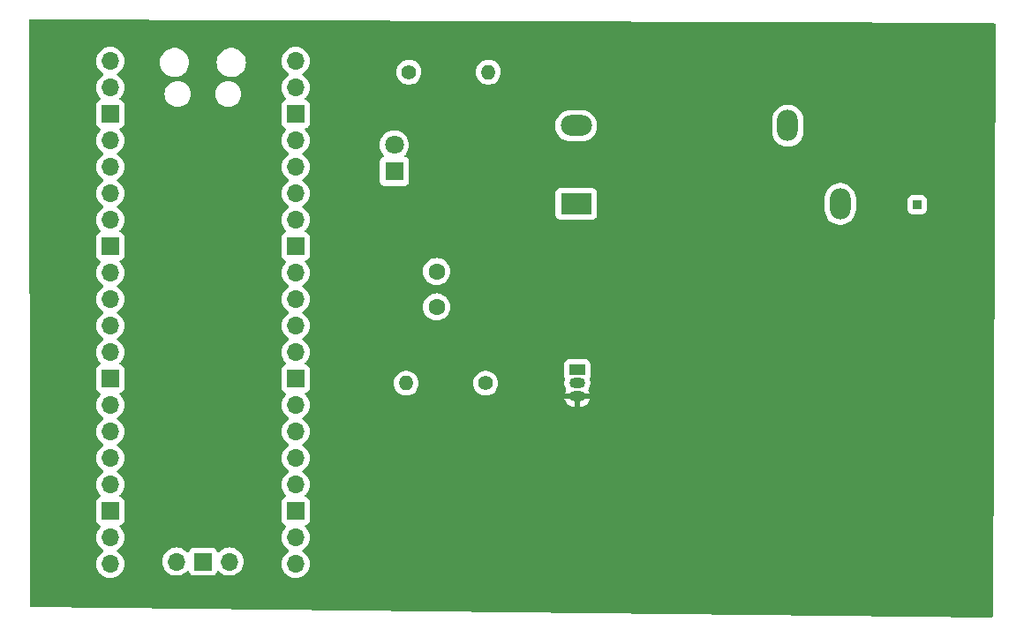
<source format=gbr>
%TF.GenerationSoftware,KiCad,Pcbnew,8.0.0*%
%TF.CreationDate,2024-03-31T23:26:35-03:00*%
%TF.ProjectId,Ponderada Semana 6,506f6e64-6572-4616-9461-2053656d616e,rev?*%
%TF.SameCoordinates,Original*%
%TF.FileFunction,Copper,L2,Bot*%
%TF.FilePolarity,Positive*%
%FSLAX46Y46*%
G04 Gerber Fmt 4.6, Leading zero omitted, Abs format (unit mm)*
G04 Created by KiCad (PCBNEW 8.0.0) date 2024-03-31 23:26:35*
%MOMM*%
%LPD*%
G01*
G04 APERTURE LIST*
%TA.AperFunction,ComponentPad*%
%ADD10C,1.400000*%
%TD*%
%TA.AperFunction,ComponentPad*%
%ADD11O,1.400000X1.400000*%
%TD*%
%TA.AperFunction,ComponentPad*%
%ADD12C,1.800000*%
%TD*%
%TA.AperFunction,ComponentPad*%
%ADD13R,1.800000X1.800000*%
%TD*%
%TA.AperFunction,ComponentPad*%
%ADD14O,1.700000X1.700000*%
%TD*%
%TA.AperFunction,ComponentPad*%
%ADD15R,1.700000X1.700000*%
%TD*%
%TA.AperFunction,ComponentPad*%
%ADD16C,1.600000*%
%TD*%
%TA.AperFunction,ComponentPad*%
%ADD17R,1.500000X1.050000*%
%TD*%
%TA.AperFunction,ComponentPad*%
%ADD18O,1.500000X1.050000*%
%TD*%
%TA.AperFunction,ComponentPad*%
%ADD19O,2.000000X3.000000*%
%TD*%
%TA.AperFunction,ComponentPad*%
%ADD20R,3.000000X2.000000*%
%TD*%
%TA.AperFunction,ComponentPad*%
%ADD21O,3.000000X2.000000*%
%TD*%
%TA.AperFunction,ComponentPad*%
%ADD22R,0.850000X0.850000*%
%TD*%
G04 APERTURE END LIST*
D10*
%TO.P,R2,1*%
%TO.N,Net-(Q1-B)*%
X156840000Y-100965000D03*
D11*
%TO.P,R2,2*%
%TO.N,Net-(U1-GPIO22)*%
X149220000Y-100965000D03*
%TD*%
D10*
%TO.P,R1,1*%
%TO.N,Net-(D1-A)*%
X149484000Y-71120000D03*
D11*
%TO.P,R1,2*%
%TO.N,Net-(D2-A)*%
X157104000Y-71120000D03*
%TD*%
D12*
%TO.P,D1,2,A*%
%TO.N,Net-(D1-A)*%
X148082000Y-78110000D03*
D13*
%TO.P,D1,1,K*%
%TO.N,VCC*%
X148082000Y-80650000D03*
%TD*%
D14*
%TO.P,U1,43,SWDIO*%
%TO.N,unconnected-(U1-SWDIO-Pad43)*%
X132262000Y-118086000D03*
D15*
%TO.P,U1,42,GND*%
%TO.N,unconnected-(U1-GND-Pad42)*%
X129722000Y-118086000D03*
D14*
%TO.P,U1,41,SWCLK*%
%TO.N,unconnected-(U1-SWCLK-Pad41)*%
X127182000Y-118086000D03*
%TO.P,U1,40,VBUS*%
%TO.N,unconnected-(U1-VBUS-Pad40)*%
X138612000Y-70056000D03*
%TO.P,U1,39,VSYS*%
%TO.N,unconnected-(U1-VSYS-Pad39)*%
X138612000Y-72596000D03*
D15*
%TO.P,U1,38,GND*%
%TO.N,unconnected-(U1-GND-Pad38)*%
X138612000Y-75136000D03*
D14*
%TO.P,U1,37,3V3_EN*%
%TO.N,Net-(U1-3V3_EN)*%
X138612000Y-77676000D03*
%TO.P,U1,36,3V3*%
%TO.N,unconnected-(U1-3V3-Pad36)*%
X138612000Y-80216000D03*
%TO.P,U1,35,ADC_VREF*%
%TO.N,unconnected-(U1-ADC_VREF-Pad35)*%
X138612000Y-82756000D03*
%TO.P,U1,34,GPIO28_ADC2*%
%TO.N,unconnected-(U1-GPIO28_ADC2-Pad34)*%
X138612000Y-85296000D03*
D15*
%TO.P,U1,33,AGND*%
%TO.N,Net-(U1-AGND)*%
X138612000Y-87836000D03*
D14*
%TO.P,U1,32,GPIO27_ADC1*%
%TO.N,unconnected-(U1-GPIO27_ADC1-Pad32)*%
X138612000Y-90376000D03*
%TO.P,U1,31,GPIO26_ADC0*%
%TO.N,Net-(U1-AGND)*%
X138612000Y-92916000D03*
%TO.P,U1,30,RUN*%
%TO.N,unconnected-(U1-RUN-Pad30)*%
X138612000Y-95456000D03*
%TO.P,U1,29,GPIO22*%
%TO.N,Net-(U1-GPIO22)*%
X138612000Y-97996000D03*
D15*
%TO.P,U1,28,GND*%
%TO.N,unconnected-(U1-GND-Pad28)*%
X138612000Y-100536000D03*
D14*
%TO.P,U1,27,GPIO21*%
%TO.N,unconnected-(U1-GPIO21-Pad27)*%
X138612000Y-103076000D03*
%TO.P,U1,26,GPIO20*%
%TO.N,unconnected-(U1-GPIO20-Pad26)*%
X138612000Y-105616000D03*
%TO.P,U1,25,GPIO19*%
%TO.N,unconnected-(U1-GPIO19-Pad25)*%
X138612000Y-108156000D03*
%TO.P,U1,24,GPIO18*%
%TO.N,unconnected-(U1-GPIO18-Pad24)*%
X138612000Y-110696000D03*
D15*
%TO.P,U1,23,GND*%
%TO.N,unconnected-(U1-GND-Pad23)*%
X138612000Y-113236000D03*
D14*
%TO.P,U1,22,GPIO17*%
%TO.N,unconnected-(U1-GPIO17-Pad22)*%
X138612000Y-115776000D03*
%TO.P,U1,21,GPIO16*%
%TO.N,unconnected-(U1-GPIO16-Pad21)*%
X138612000Y-118316000D03*
%TO.P,U1,20,GPIO15*%
%TO.N,unconnected-(U1-GPIO15-Pad20)*%
X120832000Y-118316000D03*
%TO.P,U1,19,GPIO14*%
%TO.N,unconnected-(U1-GPIO14-Pad19)*%
X120832000Y-115776000D03*
D15*
%TO.P,U1,18,GND*%
%TO.N,unconnected-(U1-GND-Pad18)*%
X120832000Y-113236000D03*
D14*
%TO.P,U1,17,GPIO13*%
%TO.N,unconnected-(U1-GPIO13-Pad17)*%
X120832000Y-110696000D03*
%TO.P,U1,16,GPIO12*%
%TO.N,unconnected-(U1-GPIO12-Pad16)*%
X120832000Y-108156000D03*
%TO.P,U1,15,GPIO11*%
%TO.N,unconnected-(U1-GPIO11-Pad15)*%
X120832000Y-105616000D03*
%TO.P,U1,14,GPIO10*%
%TO.N,unconnected-(U1-GPIO10-Pad14)*%
X120832000Y-103076000D03*
D15*
%TO.P,U1,13,GND*%
%TO.N,unconnected-(U1-GND-Pad13)*%
X120832000Y-100536000D03*
D14*
%TO.P,U1,12,GPIO9*%
%TO.N,unconnected-(U1-GPIO9-Pad12)*%
X120832000Y-97996000D03*
%TO.P,U1,11,GPIO8*%
%TO.N,unconnected-(U1-GPIO8-Pad11)*%
X120832000Y-95456000D03*
%TO.P,U1,10,GPIO7*%
%TO.N,unconnected-(U1-GPIO7-Pad10)*%
X120832000Y-92916000D03*
%TO.P,U1,9,GPIO6*%
%TO.N,unconnected-(U1-GPIO6-Pad9)*%
X120832000Y-90376000D03*
D15*
%TO.P,U1,8,GND*%
%TO.N,unconnected-(U1-GND-Pad8)*%
X120832000Y-87836000D03*
D14*
%TO.P,U1,7,GPIO5*%
%TO.N,unconnected-(U1-GPIO5-Pad7)*%
X120832000Y-85296000D03*
%TO.P,U1,6,GPIO4*%
%TO.N,unconnected-(U1-GPIO4-Pad6)*%
X120832000Y-82756000D03*
%TO.P,U1,5,GPIO3*%
%TO.N,unconnected-(U1-GPIO3-Pad5)*%
X120832000Y-80216000D03*
%TO.P,U1,4,GPIO2*%
%TO.N,unconnected-(U1-GPIO2-Pad4)*%
X120832000Y-77676000D03*
D15*
%TO.P,U1,3,GND*%
%TO.N,unconnected-(U1-GND-Pad3)*%
X120832000Y-75136000D03*
D14*
%TO.P,U1,2,GPIO1*%
%TO.N,unconnected-(U1-GPIO1-Pad2)*%
X120832000Y-72596000D03*
%TO.P,U1,1,GPIO0*%
%TO.N,unconnected-(U1-GPIO0-Pad1)*%
X120832000Y-70056000D03*
%TD*%
D16*
%TO.P,PhotoResistor1,2*%
%TO.N,Net-(U1-AGND)*%
X152146000Y-93648000D03*
%TO.P,PhotoResistor1,1*%
%TO.N,Net-(U1-3V3_EN)*%
X152146000Y-90248000D03*
%TD*%
D17*
%TO.P,Q1,1,C*%
%TO.N,Net-(D2-A)*%
X165629000Y-99695000D03*
D18*
%TO.P,Q1,2,B*%
%TO.N,Net-(Q1-B)*%
X165629000Y-100965000D03*
%TO.P,Q1,3,E*%
%TO.N,GND*%
X165629000Y-102235000D03*
%TD*%
D19*
%TO.P,K1,11*%
%TO.N,N/C*%
X185823000Y-76260000D03*
%TO.P,K1,14*%
%TO.N,Net-(J1-Pin_1)*%
X190863000Y-83760000D03*
D20*
%TO.P,K1,A1*%
%TO.N,VCC*%
X165523000Y-83760000D03*
D21*
%TO.P,K1,A2*%
%TO.N,Net-(D2-A)*%
X165523000Y-76260000D03*
%TD*%
D22*
%TO.P,J1,1,Pin_1*%
%TO.N,Net-(J1-Pin_1)*%
X198247000Y-83820000D03*
%TD*%
%TA.AperFunction,Conductor*%
%TO.N,GND*%
G36*
X205615958Y-66420490D02*
G01*
X205682916Y-66440450D01*
X205728453Y-66493442D01*
X205739447Y-66545041D01*
X205486555Y-123319186D01*
X205466572Y-123386137D01*
X205413565Y-123431657D01*
X205361192Y-123442626D01*
X113279360Y-122429346D01*
X113212541Y-122408925D01*
X113167370Y-122355621D01*
X113156724Y-122305633D01*
X113150745Y-119651063D01*
X113147738Y-118316000D01*
X119476341Y-118316000D01*
X119496936Y-118551403D01*
X119496938Y-118551413D01*
X119558094Y-118779655D01*
X119558096Y-118779659D01*
X119558097Y-118779663D01*
X119653322Y-118983873D01*
X119657965Y-118993830D01*
X119657967Y-118993834D01*
X119749456Y-119124493D01*
X119793505Y-119187401D01*
X119960599Y-119354495D01*
X119996733Y-119379796D01*
X120154165Y-119490032D01*
X120154167Y-119490033D01*
X120154170Y-119490035D01*
X120368337Y-119589903D01*
X120596592Y-119651063D01*
X120784918Y-119667539D01*
X120831999Y-119671659D01*
X120832000Y-119671659D01*
X120832001Y-119671659D01*
X120871234Y-119668226D01*
X121067408Y-119651063D01*
X121295663Y-119589903D01*
X121509830Y-119490035D01*
X121703401Y-119354495D01*
X121870495Y-119187401D01*
X122006035Y-118993830D01*
X122105903Y-118779663D01*
X122167063Y-118551408D01*
X122187659Y-118316000D01*
X122167536Y-118086000D01*
X125826341Y-118086000D01*
X125846936Y-118321403D01*
X125846938Y-118321413D01*
X125908094Y-118549655D01*
X125908096Y-118549659D01*
X125908097Y-118549663D01*
X125992499Y-118730663D01*
X126007965Y-118763830D01*
X126007967Y-118763834D01*
X126116281Y-118918521D01*
X126143505Y-118957401D01*
X126310599Y-119124495D01*
X126400429Y-119187395D01*
X126504165Y-119260032D01*
X126504167Y-119260033D01*
X126504170Y-119260035D01*
X126718337Y-119359903D01*
X126946592Y-119421063D01*
X127123034Y-119436500D01*
X127181999Y-119441659D01*
X127182000Y-119441659D01*
X127182001Y-119441659D01*
X127240966Y-119436500D01*
X127417408Y-119421063D01*
X127645663Y-119359903D01*
X127859830Y-119260035D01*
X128053401Y-119124495D01*
X128175329Y-119002566D01*
X128236648Y-118969084D01*
X128306340Y-118974068D01*
X128362274Y-119015939D01*
X128379189Y-119046917D01*
X128428202Y-119178328D01*
X128428206Y-119178335D01*
X128514452Y-119293544D01*
X128514455Y-119293547D01*
X128629664Y-119379793D01*
X128629671Y-119379797D01*
X128764517Y-119430091D01*
X128764516Y-119430091D01*
X128771444Y-119430835D01*
X128824127Y-119436500D01*
X130619872Y-119436499D01*
X130679483Y-119430091D01*
X130814331Y-119379796D01*
X130929546Y-119293546D01*
X131015796Y-119178331D01*
X131064810Y-119046916D01*
X131106681Y-118990984D01*
X131172145Y-118966566D01*
X131240418Y-118981417D01*
X131268673Y-119002569D01*
X131390599Y-119124495D01*
X131480429Y-119187395D01*
X131584165Y-119260032D01*
X131584167Y-119260033D01*
X131584170Y-119260035D01*
X131798337Y-119359903D01*
X132026592Y-119421063D01*
X132203034Y-119436500D01*
X132261999Y-119441659D01*
X132262000Y-119441659D01*
X132262001Y-119441659D01*
X132320966Y-119436500D01*
X132497408Y-119421063D01*
X132725663Y-119359903D01*
X132939830Y-119260035D01*
X133133401Y-119124495D01*
X133300495Y-118957401D01*
X133436035Y-118763830D01*
X133535903Y-118549663D01*
X133597063Y-118321408D01*
X133597536Y-118316000D01*
X137256341Y-118316000D01*
X137276936Y-118551403D01*
X137276938Y-118551413D01*
X137338094Y-118779655D01*
X137338096Y-118779659D01*
X137338097Y-118779663D01*
X137433322Y-118983873D01*
X137437965Y-118993830D01*
X137437967Y-118993834D01*
X137529456Y-119124493D01*
X137573505Y-119187401D01*
X137740599Y-119354495D01*
X137776733Y-119379796D01*
X137934165Y-119490032D01*
X137934167Y-119490033D01*
X137934170Y-119490035D01*
X138148337Y-119589903D01*
X138376592Y-119651063D01*
X138564918Y-119667539D01*
X138611999Y-119671659D01*
X138612000Y-119671659D01*
X138612001Y-119671659D01*
X138651234Y-119668226D01*
X138847408Y-119651063D01*
X139075663Y-119589903D01*
X139289830Y-119490035D01*
X139483401Y-119354495D01*
X139650495Y-119187401D01*
X139786035Y-118993830D01*
X139885903Y-118779663D01*
X139947063Y-118551408D01*
X139967659Y-118316000D01*
X139947063Y-118080592D01*
X139885903Y-117852337D01*
X139786035Y-117638171D01*
X139650495Y-117444599D01*
X139650494Y-117444597D01*
X139483402Y-117277506D01*
X139483396Y-117277501D01*
X139297842Y-117147575D01*
X139254217Y-117092998D01*
X139247023Y-117023500D01*
X139278546Y-116961145D01*
X139297842Y-116944425D01*
X139344197Y-116911967D01*
X139483401Y-116814495D01*
X139650495Y-116647401D01*
X139786035Y-116453830D01*
X139885903Y-116239663D01*
X139947063Y-116011408D01*
X139967659Y-115776000D01*
X139947063Y-115540592D01*
X139885903Y-115312337D01*
X139786035Y-115098171D01*
X139650495Y-114904599D01*
X139528567Y-114782671D01*
X139495084Y-114721351D01*
X139500068Y-114651659D01*
X139541939Y-114595725D01*
X139572915Y-114578810D01*
X139704331Y-114529796D01*
X139819546Y-114443546D01*
X139905796Y-114328331D01*
X139956091Y-114193483D01*
X139962500Y-114133873D01*
X139962499Y-112338128D01*
X139956091Y-112278517D01*
X139905796Y-112143669D01*
X139905795Y-112143668D01*
X139905793Y-112143664D01*
X139819547Y-112028455D01*
X139819544Y-112028452D01*
X139704335Y-111942206D01*
X139704328Y-111942202D01*
X139572917Y-111893189D01*
X139516983Y-111851318D01*
X139492566Y-111785853D01*
X139507418Y-111717580D01*
X139528563Y-111689332D01*
X139650495Y-111567401D01*
X139786035Y-111373830D01*
X139885903Y-111159663D01*
X139947063Y-110931408D01*
X139967659Y-110696000D01*
X139947063Y-110460592D01*
X139885903Y-110232337D01*
X139786035Y-110018171D01*
X139650495Y-109824599D01*
X139650494Y-109824597D01*
X139483402Y-109657506D01*
X139483396Y-109657501D01*
X139297842Y-109527575D01*
X139254217Y-109472998D01*
X139247023Y-109403500D01*
X139278546Y-109341145D01*
X139297842Y-109324425D01*
X139320026Y-109308891D01*
X139483401Y-109194495D01*
X139650495Y-109027401D01*
X139786035Y-108833830D01*
X139885903Y-108619663D01*
X139947063Y-108391408D01*
X139967659Y-108156000D01*
X139947063Y-107920592D01*
X139885903Y-107692337D01*
X139786035Y-107478171D01*
X139650495Y-107284599D01*
X139650494Y-107284597D01*
X139483402Y-107117506D01*
X139483396Y-107117501D01*
X139297842Y-106987575D01*
X139254217Y-106932998D01*
X139247023Y-106863500D01*
X139278546Y-106801145D01*
X139297842Y-106784425D01*
X139320026Y-106768891D01*
X139483401Y-106654495D01*
X139650495Y-106487401D01*
X139786035Y-106293830D01*
X139885903Y-106079663D01*
X139947063Y-105851408D01*
X139967659Y-105616000D01*
X139947063Y-105380592D01*
X139885903Y-105152337D01*
X139786035Y-104938171D01*
X139650495Y-104744599D01*
X139650494Y-104744597D01*
X139483402Y-104577506D01*
X139483396Y-104577501D01*
X139297842Y-104447575D01*
X139254217Y-104392998D01*
X139247023Y-104323500D01*
X139278546Y-104261145D01*
X139297842Y-104244425D01*
X139320026Y-104228891D01*
X139483401Y-104114495D01*
X139650495Y-103947401D01*
X139786035Y-103753830D01*
X139885903Y-103539663D01*
X139947063Y-103311408D01*
X139967659Y-103076000D01*
X139947063Y-102840592D01*
X139885903Y-102612337D01*
X139786035Y-102398171D01*
X139650495Y-102204599D01*
X139528567Y-102082671D01*
X139495084Y-102021351D01*
X139500068Y-101951659D01*
X139541939Y-101895725D01*
X139572915Y-101878810D01*
X139704331Y-101829796D01*
X139819546Y-101743546D01*
X139905796Y-101628331D01*
X139956091Y-101493483D01*
X139962500Y-101433873D01*
X139962500Y-100965000D01*
X148014357Y-100965000D01*
X148034884Y-101186535D01*
X148034885Y-101186537D01*
X148095769Y-101400523D01*
X148095775Y-101400538D01*
X148194938Y-101599683D01*
X148194943Y-101599691D01*
X148329020Y-101777238D01*
X148493437Y-101927123D01*
X148493439Y-101927125D01*
X148682595Y-102044245D01*
X148682596Y-102044245D01*
X148682599Y-102044247D01*
X148890060Y-102124618D01*
X149108757Y-102165500D01*
X149108759Y-102165500D01*
X149331241Y-102165500D01*
X149331243Y-102165500D01*
X149549940Y-102124618D01*
X149757401Y-102044247D01*
X149946562Y-101927124D01*
X150110981Y-101777236D01*
X150245058Y-101599689D01*
X150344229Y-101400528D01*
X150405115Y-101186536D01*
X150425643Y-100965000D01*
X155634357Y-100965000D01*
X155654884Y-101186535D01*
X155654885Y-101186537D01*
X155715769Y-101400523D01*
X155715775Y-101400538D01*
X155814938Y-101599683D01*
X155814943Y-101599691D01*
X155949020Y-101777238D01*
X156113437Y-101927123D01*
X156113439Y-101927125D01*
X156302595Y-102044245D01*
X156302596Y-102044245D01*
X156302599Y-102044247D01*
X156510060Y-102124618D01*
X156728757Y-102165500D01*
X156728759Y-102165500D01*
X156951241Y-102165500D01*
X156951243Y-102165500D01*
X157169940Y-102124618D01*
X157377401Y-102044247D01*
X157566562Y-101927124D01*
X157730981Y-101777236D01*
X157865058Y-101599689D01*
X157964229Y-101400528D01*
X158025115Y-101186536D01*
X158036283Y-101066007D01*
X164378500Y-101066007D01*
X164417907Y-101264119D01*
X164417909Y-101264127D01*
X164495212Y-101450754D01*
X164549204Y-101531558D01*
X164570081Y-101598235D01*
X164551596Y-101665615D01*
X164549204Y-101669337D01*
X164495655Y-101749479D01*
X164495654Y-101749481D01*
X164418390Y-101936016D01*
X164418387Y-101936025D01*
X164408647Y-101985000D01*
X165263134Y-101985000D01*
X165287326Y-101987383D01*
X165290123Y-101987939D01*
X165302995Y-101990499D01*
X165302996Y-101990500D01*
X165302997Y-101990500D01*
X165343170Y-101990500D01*
X165328925Y-102004745D01*
X165279556Y-102090255D01*
X165254000Y-102185630D01*
X165254000Y-102284370D01*
X165279556Y-102379745D01*
X165328925Y-102465255D01*
X165348670Y-102485000D01*
X164408647Y-102485000D01*
X164418387Y-102533974D01*
X164418390Y-102533983D01*
X164495652Y-102720513D01*
X164495659Y-102720526D01*
X164607829Y-102888399D01*
X164607832Y-102888403D01*
X164750596Y-103031167D01*
X164750600Y-103031170D01*
X164918473Y-103143340D01*
X164918486Y-103143347D01*
X165105016Y-103220609D01*
X165105025Y-103220612D01*
X165303041Y-103259999D01*
X165303045Y-103260000D01*
X165379000Y-103260000D01*
X165379000Y-102515330D01*
X165398745Y-102535075D01*
X165484255Y-102584444D01*
X165579630Y-102610000D01*
X165678370Y-102610000D01*
X165773745Y-102584444D01*
X165859255Y-102535075D01*
X165879000Y-102515330D01*
X165879000Y-103260000D01*
X165954955Y-103260000D01*
X165954958Y-103259999D01*
X166152974Y-103220612D01*
X166152983Y-103220609D01*
X166339513Y-103143347D01*
X166339526Y-103143340D01*
X166507399Y-103031170D01*
X166507403Y-103031167D01*
X166650167Y-102888403D01*
X166650170Y-102888399D01*
X166762340Y-102720526D01*
X166762347Y-102720513D01*
X166839609Y-102533983D01*
X166839612Y-102533974D01*
X166849353Y-102485000D01*
X165909330Y-102485000D01*
X165929075Y-102465255D01*
X165978444Y-102379745D01*
X166004000Y-102284370D01*
X166004000Y-102185630D01*
X165978444Y-102090255D01*
X165929075Y-102004745D01*
X165914830Y-101990500D01*
X165955004Y-101990500D01*
X165955004Y-101990499D01*
X165968473Y-101987820D01*
X165970674Y-101987383D01*
X165994866Y-101985000D01*
X166849353Y-101985000D01*
X166839612Y-101936025D01*
X166839609Y-101936016D01*
X166762347Y-101749486D01*
X166762343Y-101749479D01*
X166708795Y-101669340D01*
X166687917Y-101602662D01*
X166706401Y-101535282D01*
X166708733Y-101531652D01*
X166762786Y-101450756D01*
X166840091Y-101264127D01*
X166879500Y-101066003D01*
X166879500Y-100863997D01*
X166840091Y-100665873D01*
X166806673Y-100585198D01*
X166799205Y-100515730D01*
X166818964Y-100470340D01*
X166818547Y-100470112D01*
X166821095Y-100465444D01*
X166821972Y-100463431D01*
X166822796Y-100462331D01*
X166873091Y-100327483D01*
X166879500Y-100267873D01*
X166879499Y-99122128D01*
X166873091Y-99062517D01*
X166862639Y-99034495D01*
X166822797Y-98927671D01*
X166822793Y-98927664D01*
X166736547Y-98812455D01*
X166736544Y-98812452D01*
X166621335Y-98726206D01*
X166621328Y-98726202D01*
X166486482Y-98675908D01*
X166486483Y-98675908D01*
X166426883Y-98669501D01*
X166426881Y-98669500D01*
X166426873Y-98669500D01*
X166426864Y-98669500D01*
X164831129Y-98669500D01*
X164831123Y-98669501D01*
X164771516Y-98675908D01*
X164636671Y-98726202D01*
X164636664Y-98726206D01*
X164521455Y-98812452D01*
X164521452Y-98812455D01*
X164435206Y-98927664D01*
X164435202Y-98927671D01*
X164384908Y-99062517D01*
X164378692Y-99120341D01*
X164378501Y-99122123D01*
X164378500Y-99122135D01*
X164378500Y-100267870D01*
X164378501Y-100267876D01*
X164384908Y-100327483D01*
X164435202Y-100462328D01*
X164435203Y-100462330D01*
X164435204Y-100462331D01*
X164436028Y-100463432D01*
X164436509Y-100464721D01*
X164439454Y-100470114D01*
X164438678Y-100470537D01*
X164460448Y-100528895D01*
X164451325Y-100585198D01*
X164417910Y-100665868D01*
X164417907Y-100665880D01*
X164378500Y-100863992D01*
X164378500Y-101066007D01*
X158036283Y-101066007D01*
X158045643Y-100965000D01*
X158025115Y-100743464D01*
X157964229Y-100529472D01*
X157963942Y-100528895D01*
X157865061Y-100330316D01*
X157865056Y-100330308D01*
X157730979Y-100152761D01*
X157566562Y-100002876D01*
X157566560Y-100002874D01*
X157377404Y-99885754D01*
X157377398Y-99885752D01*
X157169940Y-99805382D01*
X156951243Y-99764500D01*
X156728757Y-99764500D01*
X156510060Y-99805382D01*
X156378864Y-99856207D01*
X156302601Y-99885752D01*
X156302595Y-99885754D01*
X156113439Y-100002874D01*
X156113437Y-100002876D01*
X155949020Y-100152761D01*
X155814943Y-100330308D01*
X155814938Y-100330316D01*
X155715775Y-100529461D01*
X155715769Y-100529476D01*
X155654885Y-100743462D01*
X155654884Y-100743464D01*
X155634357Y-100964999D01*
X155634357Y-100965000D01*
X150425643Y-100965000D01*
X150405115Y-100743464D01*
X150344229Y-100529472D01*
X150343942Y-100528895D01*
X150245061Y-100330316D01*
X150245056Y-100330308D01*
X150110979Y-100152761D01*
X149946562Y-100002876D01*
X149946560Y-100002874D01*
X149757404Y-99885754D01*
X149757398Y-99885752D01*
X149549940Y-99805382D01*
X149331243Y-99764500D01*
X149108757Y-99764500D01*
X148890060Y-99805382D01*
X148758864Y-99856207D01*
X148682601Y-99885752D01*
X148682595Y-99885754D01*
X148493439Y-100002874D01*
X148493437Y-100002876D01*
X148329020Y-100152761D01*
X148194943Y-100330308D01*
X148194938Y-100330316D01*
X148095775Y-100529461D01*
X148095769Y-100529476D01*
X148034885Y-100743462D01*
X148034884Y-100743464D01*
X148014357Y-100964999D01*
X148014357Y-100965000D01*
X139962500Y-100965000D01*
X139962499Y-99638128D01*
X139956091Y-99578517D01*
X139905796Y-99443669D01*
X139905795Y-99443668D01*
X139905793Y-99443664D01*
X139819547Y-99328455D01*
X139819544Y-99328452D01*
X139704335Y-99242206D01*
X139704328Y-99242202D01*
X139572917Y-99193189D01*
X139516983Y-99151318D01*
X139492566Y-99085853D01*
X139507418Y-99017580D01*
X139528563Y-98989332D01*
X139650495Y-98867401D01*
X139786035Y-98673830D01*
X139885903Y-98459663D01*
X139947063Y-98231408D01*
X139967659Y-97996000D01*
X139947063Y-97760592D01*
X139885903Y-97532337D01*
X139786035Y-97318171D01*
X139650495Y-97124599D01*
X139650494Y-97124597D01*
X139483402Y-96957506D01*
X139483396Y-96957501D01*
X139297842Y-96827575D01*
X139254217Y-96772998D01*
X139247023Y-96703500D01*
X139278546Y-96641145D01*
X139297842Y-96624425D01*
X139320026Y-96608891D01*
X139483401Y-96494495D01*
X139650495Y-96327401D01*
X139786035Y-96133830D01*
X139885903Y-95919663D01*
X139947063Y-95691408D01*
X139967659Y-95456000D01*
X139947063Y-95220592D01*
X139885903Y-94992337D01*
X139786035Y-94778171D01*
X139694921Y-94648045D01*
X139650494Y-94584597D01*
X139483402Y-94417506D01*
X139483396Y-94417501D01*
X139297842Y-94287575D01*
X139254217Y-94232998D01*
X139247023Y-94163500D01*
X139278546Y-94101145D01*
X139297842Y-94084425D01*
X139320026Y-94068891D01*
X139483401Y-93954495D01*
X139650495Y-93787401D01*
X139748104Y-93648001D01*
X150840532Y-93648001D01*
X150860364Y-93874686D01*
X150860366Y-93874697D01*
X150919258Y-94094488D01*
X150919261Y-94094497D01*
X151015431Y-94300732D01*
X151015432Y-94300734D01*
X151145954Y-94487141D01*
X151306858Y-94648045D01*
X151306861Y-94648047D01*
X151493266Y-94778568D01*
X151699504Y-94874739D01*
X151919308Y-94933635D01*
X152081230Y-94947801D01*
X152145998Y-94953468D01*
X152146000Y-94953468D01*
X152146002Y-94953468D01*
X152202673Y-94948509D01*
X152372692Y-94933635D01*
X152592496Y-94874739D01*
X152798734Y-94778568D01*
X152985139Y-94648047D01*
X153146047Y-94487139D01*
X153276568Y-94300734D01*
X153372739Y-94094496D01*
X153431635Y-93874692D01*
X153451468Y-93648000D01*
X153431635Y-93421308D01*
X153372739Y-93201504D01*
X153276568Y-92995266D01*
X153146047Y-92808861D01*
X153146045Y-92808858D01*
X152985141Y-92647954D01*
X152798734Y-92517432D01*
X152798732Y-92517431D01*
X152592497Y-92421261D01*
X152592488Y-92421258D01*
X152372697Y-92362366D01*
X152372693Y-92362365D01*
X152372692Y-92362365D01*
X152372691Y-92362364D01*
X152372686Y-92362364D01*
X152146002Y-92342532D01*
X152145998Y-92342532D01*
X151919313Y-92362364D01*
X151919302Y-92362366D01*
X151699511Y-92421258D01*
X151699502Y-92421261D01*
X151493267Y-92517431D01*
X151493265Y-92517432D01*
X151306858Y-92647954D01*
X151145954Y-92808858D01*
X151015432Y-92995265D01*
X151015431Y-92995267D01*
X150919261Y-93201502D01*
X150919258Y-93201511D01*
X150860366Y-93421302D01*
X150860364Y-93421313D01*
X150840532Y-93647998D01*
X150840532Y-93648001D01*
X139748104Y-93648001D01*
X139786035Y-93593830D01*
X139885903Y-93379663D01*
X139947063Y-93151408D01*
X139967659Y-92916000D01*
X139947063Y-92680592D01*
X139885903Y-92452337D01*
X139786035Y-92238171D01*
X139650495Y-92044599D01*
X139650494Y-92044597D01*
X139483402Y-91877506D01*
X139483396Y-91877501D01*
X139297842Y-91747575D01*
X139254217Y-91692998D01*
X139247023Y-91623500D01*
X139278546Y-91561145D01*
X139297842Y-91544425D01*
X139397361Y-91474741D01*
X139483401Y-91414495D01*
X139650495Y-91247401D01*
X139786035Y-91053830D01*
X139885903Y-90839663D01*
X139947063Y-90611408D01*
X139967659Y-90376000D01*
X139956460Y-90248001D01*
X150840532Y-90248001D01*
X150860364Y-90474686D01*
X150860366Y-90474697D01*
X150919258Y-90694488D01*
X150919261Y-90694497D01*
X151015431Y-90900732D01*
X151015432Y-90900734D01*
X151145954Y-91087141D01*
X151306858Y-91248045D01*
X151306861Y-91248047D01*
X151493266Y-91378568D01*
X151699504Y-91474739D01*
X151919308Y-91533635D01*
X152081230Y-91547801D01*
X152145998Y-91553468D01*
X152146000Y-91553468D01*
X152146002Y-91553468D01*
X152202673Y-91548509D01*
X152372692Y-91533635D01*
X152592496Y-91474739D01*
X152798734Y-91378568D01*
X152985139Y-91248047D01*
X153146047Y-91087139D01*
X153276568Y-90900734D01*
X153372739Y-90694496D01*
X153431635Y-90474692D01*
X153451468Y-90248000D01*
X153431635Y-90021308D01*
X153372739Y-89801504D01*
X153276568Y-89595266D01*
X153146047Y-89408861D01*
X153146045Y-89408858D01*
X152985141Y-89247954D01*
X152798734Y-89117432D01*
X152798732Y-89117431D01*
X152592497Y-89021261D01*
X152592488Y-89021258D01*
X152372697Y-88962366D01*
X152372693Y-88962365D01*
X152372692Y-88962365D01*
X152372691Y-88962364D01*
X152372686Y-88962364D01*
X152146002Y-88942532D01*
X152145998Y-88942532D01*
X151919313Y-88962364D01*
X151919302Y-88962366D01*
X151699511Y-89021258D01*
X151699502Y-89021261D01*
X151493267Y-89117431D01*
X151493265Y-89117432D01*
X151306858Y-89247954D01*
X151145954Y-89408858D01*
X151015432Y-89595265D01*
X151015431Y-89595267D01*
X150919261Y-89801502D01*
X150919258Y-89801511D01*
X150860366Y-90021302D01*
X150860364Y-90021313D01*
X150840532Y-90247998D01*
X150840532Y-90248001D01*
X139956460Y-90248001D01*
X139947063Y-90140592D01*
X139885903Y-89912337D01*
X139786035Y-89698171D01*
X139713980Y-89595266D01*
X139650496Y-89504600D01*
X139650495Y-89504599D01*
X139528567Y-89382671D01*
X139495084Y-89321351D01*
X139500068Y-89251659D01*
X139541939Y-89195725D01*
X139572915Y-89178810D01*
X139704331Y-89129796D01*
X139819546Y-89043546D01*
X139905796Y-88928331D01*
X139956091Y-88793483D01*
X139962500Y-88733873D01*
X139962499Y-86938128D01*
X139956091Y-86878517D01*
X139905796Y-86743669D01*
X139905795Y-86743668D01*
X139905793Y-86743664D01*
X139819547Y-86628455D01*
X139819544Y-86628452D01*
X139704335Y-86542206D01*
X139704328Y-86542202D01*
X139572917Y-86493189D01*
X139516983Y-86451318D01*
X139492566Y-86385853D01*
X139507418Y-86317580D01*
X139528563Y-86289332D01*
X139650495Y-86167401D01*
X139786035Y-85973830D01*
X139885903Y-85759663D01*
X139947063Y-85531408D01*
X139967659Y-85296000D01*
X139947063Y-85060592D01*
X139895320Y-84867482D01*
X139885905Y-84832344D01*
X139885904Y-84832343D01*
X139885903Y-84832337D01*
X139874494Y-84807870D01*
X163522500Y-84807870D01*
X163522501Y-84807876D01*
X163528908Y-84867483D01*
X163579202Y-85002328D01*
X163579206Y-85002335D01*
X163665452Y-85117544D01*
X163665455Y-85117547D01*
X163780664Y-85203793D01*
X163780671Y-85203797D01*
X163915517Y-85254091D01*
X163915516Y-85254091D01*
X163922444Y-85254835D01*
X163975127Y-85260500D01*
X167070872Y-85260499D01*
X167130483Y-85254091D01*
X167265331Y-85203796D01*
X167380546Y-85117546D01*
X167466796Y-85002331D01*
X167517091Y-84867483D01*
X167523500Y-84807873D01*
X167523500Y-84378097D01*
X189362500Y-84378097D01*
X189399446Y-84611368D01*
X189472433Y-84835996D01*
X189488477Y-84867483D01*
X189579657Y-85046433D01*
X189718483Y-85237510D01*
X189885490Y-85404517D01*
X190076567Y-85543343D01*
X190175991Y-85594002D01*
X190287003Y-85650566D01*
X190287005Y-85650566D01*
X190287008Y-85650568D01*
X190407412Y-85689689D01*
X190511631Y-85723553D01*
X190744903Y-85760500D01*
X190744908Y-85760500D01*
X190981097Y-85760500D01*
X191214368Y-85723553D01*
X191438992Y-85650568D01*
X191649433Y-85543343D01*
X191840510Y-85404517D01*
X192007517Y-85237510D01*
X192146343Y-85046433D01*
X192253568Y-84835992D01*
X192326553Y-84611368D01*
X192346198Y-84487335D01*
X192363500Y-84378097D01*
X192363500Y-84292870D01*
X197321500Y-84292870D01*
X197321501Y-84292876D01*
X197327908Y-84352483D01*
X197378202Y-84487328D01*
X197378206Y-84487335D01*
X197464452Y-84602544D01*
X197464455Y-84602547D01*
X197579664Y-84688793D01*
X197579671Y-84688797D01*
X197714517Y-84739091D01*
X197714516Y-84739091D01*
X197721444Y-84739835D01*
X197774127Y-84745500D01*
X198719872Y-84745499D01*
X198779483Y-84739091D01*
X198914331Y-84688796D01*
X199029546Y-84602546D01*
X199115796Y-84487331D01*
X199166091Y-84352483D01*
X199172500Y-84292873D01*
X199172499Y-83347128D01*
X199166091Y-83287517D01*
X199140783Y-83219664D01*
X199115797Y-83152671D01*
X199115793Y-83152664D01*
X199029547Y-83037455D01*
X199029544Y-83037452D01*
X198914335Y-82951206D01*
X198914328Y-82951202D01*
X198779482Y-82900908D01*
X198779483Y-82900908D01*
X198719883Y-82894501D01*
X198719881Y-82894500D01*
X198719873Y-82894500D01*
X198719864Y-82894500D01*
X197774129Y-82894500D01*
X197774123Y-82894501D01*
X197714516Y-82900908D01*
X197579671Y-82951202D01*
X197579664Y-82951206D01*
X197464455Y-83037452D01*
X197464452Y-83037455D01*
X197378206Y-83152664D01*
X197378202Y-83152671D01*
X197327908Y-83287517D01*
X197321501Y-83347116D01*
X197321501Y-83347123D01*
X197321500Y-83347135D01*
X197321500Y-84292870D01*
X192363500Y-84292870D01*
X192363500Y-83141902D01*
X192326553Y-82908631D01*
X192262705Y-82712129D01*
X192253568Y-82684008D01*
X192253566Y-82684005D01*
X192253566Y-82684003D01*
X192168814Y-82517669D01*
X192146343Y-82473567D01*
X192007517Y-82282490D01*
X191840510Y-82115483D01*
X191649433Y-81976657D01*
X191438996Y-81869433D01*
X191214368Y-81796446D01*
X190981097Y-81759500D01*
X190981092Y-81759500D01*
X190744908Y-81759500D01*
X190744903Y-81759500D01*
X190511631Y-81796446D01*
X190287003Y-81869433D01*
X190076566Y-81976657D01*
X189974931Y-82050500D01*
X189885490Y-82115483D01*
X189885488Y-82115485D01*
X189885487Y-82115485D01*
X189718485Y-82282487D01*
X189718485Y-82282488D01*
X189718483Y-82282490D01*
X189693987Y-82316206D01*
X189579657Y-82473566D01*
X189472433Y-82684003D01*
X189399446Y-82908631D01*
X189362500Y-83141902D01*
X189362500Y-84378097D01*
X167523500Y-84378097D01*
X167523499Y-82712128D01*
X167517091Y-82652517D01*
X167466796Y-82517669D01*
X167466795Y-82517668D01*
X167466793Y-82517664D01*
X167380547Y-82402455D01*
X167380544Y-82402452D01*
X167265335Y-82316206D01*
X167265328Y-82316202D01*
X167130482Y-82265908D01*
X167130483Y-82265908D01*
X167070883Y-82259501D01*
X167070881Y-82259500D01*
X167070873Y-82259500D01*
X167070864Y-82259500D01*
X163975129Y-82259500D01*
X163975123Y-82259501D01*
X163915516Y-82265908D01*
X163780671Y-82316202D01*
X163780664Y-82316206D01*
X163665455Y-82402452D01*
X163665452Y-82402455D01*
X163579206Y-82517664D01*
X163579202Y-82517671D01*
X163528908Y-82652517D01*
X163525523Y-82684008D01*
X163522501Y-82712123D01*
X163522500Y-82712135D01*
X163522500Y-84807870D01*
X139874494Y-84807870D01*
X139786035Y-84618171D01*
X139775095Y-84602546D01*
X139650494Y-84424597D01*
X139483402Y-84257506D01*
X139483396Y-84257501D01*
X139297842Y-84127575D01*
X139254217Y-84072998D01*
X139247023Y-84003500D01*
X139278546Y-83941145D01*
X139297842Y-83924425D01*
X139320026Y-83908891D01*
X139483401Y-83794495D01*
X139650495Y-83627401D01*
X139786035Y-83433830D01*
X139885903Y-83219663D01*
X139947063Y-82991408D01*
X139967659Y-82756000D01*
X139947063Y-82520592D01*
X139885903Y-82292337D01*
X139786035Y-82078171D01*
X139766659Y-82050498D01*
X139650494Y-81884597D01*
X139483402Y-81717506D01*
X139483396Y-81717501D01*
X139297842Y-81587575D01*
X139254217Y-81532998D01*
X139247023Y-81463500D01*
X139278546Y-81401145D01*
X139297842Y-81384425D01*
X139320026Y-81368891D01*
X139483401Y-81254495D01*
X139650495Y-81087401D01*
X139786035Y-80893830D01*
X139885903Y-80679663D01*
X139947063Y-80451408D01*
X139967659Y-80216000D01*
X139947063Y-79980592D01*
X139885903Y-79752337D01*
X139786035Y-79538171D01*
X139764678Y-79507669D01*
X139650494Y-79344597D01*
X139483402Y-79177506D01*
X139483396Y-79177501D01*
X139297842Y-79047575D01*
X139254217Y-78992998D01*
X139247023Y-78923500D01*
X139278546Y-78861145D01*
X139297842Y-78844425D01*
X139391495Y-78778848D01*
X139483401Y-78714495D01*
X139650495Y-78547401D01*
X139786035Y-78353830D01*
X139885903Y-78139663D01*
X139893849Y-78110006D01*
X146676700Y-78110006D01*
X146695864Y-78341297D01*
X146695866Y-78341308D01*
X146752842Y-78566300D01*
X146846075Y-78778848D01*
X146973016Y-78973147D01*
X146973019Y-78973151D01*
X146973021Y-78973153D01*
X147067803Y-79076114D01*
X147098724Y-79138767D01*
X147090864Y-79208193D01*
X147046716Y-79262348D01*
X147019906Y-79276277D01*
X146939669Y-79306203D01*
X146939664Y-79306206D01*
X146824455Y-79392452D01*
X146824452Y-79392455D01*
X146738206Y-79507664D01*
X146738202Y-79507671D01*
X146687908Y-79642517D01*
X146681501Y-79702116D01*
X146681501Y-79702123D01*
X146681500Y-79702135D01*
X146681500Y-81597870D01*
X146681501Y-81597876D01*
X146687908Y-81657483D01*
X146738202Y-81792328D01*
X146738206Y-81792335D01*
X146824452Y-81907544D01*
X146824455Y-81907547D01*
X146939664Y-81993793D01*
X146939671Y-81993797D01*
X147074517Y-82044091D01*
X147074516Y-82044091D01*
X147081444Y-82044835D01*
X147134127Y-82050500D01*
X149029872Y-82050499D01*
X149089483Y-82044091D01*
X149224331Y-81993796D01*
X149339546Y-81907546D01*
X149425796Y-81792331D01*
X149476091Y-81657483D01*
X149482500Y-81597873D01*
X149482499Y-79702128D01*
X149476091Y-79642517D01*
X149437172Y-79538171D01*
X149425797Y-79507671D01*
X149425793Y-79507664D01*
X149339547Y-79392455D01*
X149339544Y-79392452D01*
X149224335Y-79306206D01*
X149224328Y-79306202D01*
X149144094Y-79276277D01*
X149088160Y-79234406D01*
X149063743Y-79168941D01*
X149078595Y-79100668D01*
X149096190Y-79076121D01*
X149190979Y-78973153D01*
X149317924Y-78778849D01*
X149411157Y-78566300D01*
X149468134Y-78341305D01*
X149483939Y-78150566D01*
X149487300Y-78110006D01*
X149487300Y-78109993D01*
X149468135Y-77878702D01*
X149468133Y-77878691D01*
X149411157Y-77653699D01*
X149317924Y-77441151D01*
X149190983Y-77246852D01*
X149190980Y-77246849D01*
X149190979Y-77246847D01*
X149033784Y-77076087D01*
X149033779Y-77076083D01*
X149033777Y-77076081D01*
X148850634Y-76933535D01*
X148850628Y-76933531D01*
X148646504Y-76823064D01*
X148646495Y-76823061D01*
X148426984Y-76747702D01*
X148255282Y-76719050D01*
X148198049Y-76709500D01*
X147965951Y-76709500D01*
X147920164Y-76717140D01*
X147737015Y-76747702D01*
X147517504Y-76823061D01*
X147517495Y-76823064D01*
X147313371Y-76933531D01*
X147313365Y-76933535D01*
X147130222Y-77076081D01*
X147130219Y-77076084D01*
X146973016Y-77246852D01*
X146846075Y-77441151D01*
X146752842Y-77653699D01*
X146695866Y-77878691D01*
X146695864Y-77878702D01*
X146676700Y-78109993D01*
X146676700Y-78110006D01*
X139893849Y-78110006D01*
X139947063Y-77911408D01*
X139967659Y-77676000D01*
X139947063Y-77440592D01*
X139885903Y-77212337D01*
X139786035Y-76998171D01*
X139672479Y-76835996D01*
X139650496Y-76804600D01*
X139593598Y-76747702D01*
X139528567Y-76682671D01*
X139495084Y-76621351D01*
X139500068Y-76551659D01*
X139541939Y-76495725D01*
X139572915Y-76478810D01*
X139704331Y-76429796D01*
X139773392Y-76378097D01*
X163522500Y-76378097D01*
X163559446Y-76611368D01*
X163632433Y-76835996D01*
X163715065Y-76998169D01*
X163739657Y-77046433D01*
X163878483Y-77237510D01*
X164045490Y-77404517D01*
X164236567Y-77543343D01*
X164335991Y-77594002D01*
X164447003Y-77650566D01*
X164447005Y-77650566D01*
X164447008Y-77650568D01*
X164567412Y-77689689D01*
X164671631Y-77723553D01*
X164904903Y-77760500D01*
X164904908Y-77760500D01*
X166141097Y-77760500D01*
X166374368Y-77723553D01*
X166598992Y-77650568D01*
X166809433Y-77543343D01*
X167000510Y-77404517D01*
X167167517Y-77237510D01*
X167306343Y-77046433D01*
X167392114Y-76878097D01*
X184322500Y-76878097D01*
X184359446Y-77111368D01*
X184432433Y-77335996D01*
X184467347Y-77404517D01*
X184539657Y-77546433D01*
X184678483Y-77737510D01*
X184845490Y-77904517D01*
X185036567Y-78043343D01*
X185135991Y-78094002D01*
X185247003Y-78150566D01*
X185247005Y-78150566D01*
X185247008Y-78150568D01*
X185367412Y-78189689D01*
X185471631Y-78223553D01*
X185704903Y-78260500D01*
X185704908Y-78260500D01*
X185941097Y-78260500D01*
X186174368Y-78223553D01*
X186398992Y-78150568D01*
X186609433Y-78043343D01*
X186800510Y-77904517D01*
X186967517Y-77737510D01*
X187106343Y-77546433D01*
X187213568Y-77335992D01*
X187286553Y-77111368D01*
X187292141Y-77076087D01*
X187323500Y-76878097D01*
X187323500Y-75641902D01*
X187286553Y-75408631D01*
X187213566Y-75184003D01*
X187106342Y-74973566D01*
X186967517Y-74782490D01*
X186800510Y-74615483D01*
X186609433Y-74476657D01*
X186598874Y-74471277D01*
X186398996Y-74369433D01*
X186174368Y-74296446D01*
X185941097Y-74259500D01*
X185941092Y-74259500D01*
X185704908Y-74259500D01*
X185704903Y-74259500D01*
X185471631Y-74296446D01*
X185247003Y-74369433D01*
X185036566Y-74476657D01*
X184927550Y-74555862D01*
X184845490Y-74615483D01*
X184845488Y-74615485D01*
X184845487Y-74615485D01*
X184678485Y-74782487D01*
X184678485Y-74782488D01*
X184678483Y-74782490D01*
X184668343Y-74796447D01*
X184539657Y-74973566D01*
X184432433Y-75184003D01*
X184359446Y-75408631D01*
X184322500Y-75641902D01*
X184322500Y-76878097D01*
X167392114Y-76878097D01*
X167413568Y-76835992D01*
X167486553Y-76611368D01*
X167496010Y-76551659D01*
X167523500Y-76378097D01*
X167523500Y-76141902D01*
X167486553Y-75908631D01*
X167413566Y-75684003D01*
X167306342Y-75473566D01*
X167167517Y-75282490D01*
X167000510Y-75115483D01*
X166809433Y-74976657D01*
X166803367Y-74973566D01*
X166598996Y-74869433D01*
X166374368Y-74796446D01*
X166141097Y-74759500D01*
X166141092Y-74759500D01*
X164904908Y-74759500D01*
X164904903Y-74759500D01*
X164671631Y-74796446D01*
X164447003Y-74869433D01*
X164236566Y-74976657D01*
X164127550Y-75055862D01*
X164045490Y-75115483D01*
X164045488Y-75115485D01*
X164045487Y-75115485D01*
X163878485Y-75282487D01*
X163878485Y-75282488D01*
X163878483Y-75282490D01*
X163818862Y-75364550D01*
X163739657Y-75473566D01*
X163632433Y-75684003D01*
X163559446Y-75908631D01*
X163522500Y-76141902D01*
X163522500Y-76378097D01*
X139773392Y-76378097D01*
X139819546Y-76343546D01*
X139905796Y-76228331D01*
X139956091Y-76093483D01*
X139962500Y-76033873D01*
X139962499Y-74238128D01*
X139956091Y-74178517D01*
X139955748Y-74177598D01*
X139905797Y-74043671D01*
X139905793Y-74043664D01*
X139819547Y-73928455D01*
X139819544Y-73928452D01*
X139704335Y-73842206D01*
X139704328Y-73842202D01*
X139572917Y-73793189D01*
X139516983Y-73751318D01*
X139492566Y-73685853D01*
X139507418Y-73617580D01*
X139528563Y-73589332D01*
X139650495Y-73467401D01*
X139786035Y-73273830D01*
X139885903Y-73059663D01*
X139947063Y-72831408D01*
X139967659Y-72596000D01*
X139947063Y-72360592D01*
X139885903Y-72132337D01*
X139786035Y-71918171D01*
X139671565Y-71754689D01*
X139650494Y-71724597D01*
X139483402Y-71557506D01*
X139483396Y-71557501D01*
X139297842Y-71427575D01*
X139254217Y-71372998D01*
X139247023Y-71303500D01*
X139278546Y-71241145D01*
X139297842Y-71224425D01*
X139446976Y-71120000D01*
X148278357Y-71120000D01*
X148298884Y-71341535D01*
X148298885Y-71341537D01*
X148359769Y-71555523D01*
X148359775Y-71555538D01*
X148458938Y-71754683D01*
X148458943Y-71754691D01*
X148593020Y-71932238D01*
X148757437Y-72082123D01*
X148757439Y-72082125D01*
X148946595Y-72199245D01*
X148946596Y-72199245D01*
X148946599Y-72199247D01*
X149154060Y-72279618D01*
X149372757Y-72320500D01*
X149372759Y-72320500D01*
X149595241Y-72320500D01*
X149595243Y-72320500D01*
X149813940Y-72279618D01*
X150021401Y-72199247D01*
X150210562Y-72082124D01*
X150374981Y-71932236D01*
X150509058Y-71754689D01*
X150608229Y-71555528D01*
X150669115Y-71341536D01*
X150689643Y-71120000D01*
X155898357Y-71120000D01*
X155918884Y-71341535D01*
X155918885Y-71341537D01*
X155979769Y-71555523D01*
X155979775Y-71555538D01*
X156078938Y-71754683D01*
X156078943Y-71754691D01*
X156213020Y-71932238D01*
X156377437Y-72082123D01*
X156377439Y-72082125D01*
X156566595Y-72199245D01*
X156566596Y-72199245D01*
X156566599Y-72199247D01*
X156774060Y-72279618D01*
X156992757Y-72320500D01*
X156992759Y-72320500D01*
X157215241Y-72320500D01*
X157215243Y-72320500D01*
X157433940Y-72279618D01*
X157641401Y-72199247D01*
X157830562Y-72082124D01*
X157994981Y-71932236D01*
X158129058Y-71754689D01*
X158228229Y-71555528D01*
X158289115Y-71341536D01*
X158309643Y-71120000D01*
X158307279Y-71094493D01*
X158289115Y-70898464D01*
X158289114Y-70898462D01*
X158242272Y-70733830D01*
X158228229Y-70684472D01*
X158146164Y-70519664D01*
X158129061Y-70485316D01*
X158129056Y-70485308D01*
X157994979Y-70307761D01*
X157830562Y-70157876D01*
X157830560Y-70157874D01*
X157641404Y-70040754D01*
X157641398Y-70040752D01*
X157433940Y-69960382D01*
X157215243Y-69919500D01*
X156992757Y-69919500D01*
X156774060Y-69960382D01*
X156642864Y-70011207D01*
X156566601Y-70040752D01*
X156566595Y-70040754D01*
X156377439Y-70157874D01*
X156377437Y-70157876D01*
X156213020Y-70307761D01*
X156078943Y-70485308D01*
X156078938Y-70485316D01*
X155979775Y-70684461D01*
X155979769Y-70684476D01*
X155918885Y-70898462D01*
X155918884Y-70898464D01*
X155898357Y-71119999D01*
X155898357Y-71120000D01*
X150689643Y-71120000D01*
X150687279Y-71094493D01*
X150669115Y-70898464D01*
X150669114Y-70898462D01*
X150622272Y-70733830D01*
X150608229Y-70684472D01*
X150526164Y-70519664D01*
X150509061Y-70485316D01*
X150509056Y-70485308D01*
X150374979Y-70307761D01*
X150210562Y-70157876D01*
X150210560Y-70157874D01*
X150021404Y-70040754D01*
X150021398Y-70040752D01*
X149813940Y-69960382D01*
X149595243Y-69919500D01*
X149372757Y-69919500D01*
X149154060Y-69960382D01*
X149022864Y-70011207D01*
X148946601Y-70040752D01*
X148946595Y-70040754D01*
X148757439Y-70157874D01*
X148757437Y-70157876D01*
X148593020Y-70307761D01*
X148458943Y-70485308D01*
X148458938Y-70485316D01*
X148359775Y-70684461D01*
X148359769Y-70684476D01*
X148298885Y-70898462D01*
X148298884Y-70898464D01*
X148278357Y-71119999D01*
X148278357Y-71120000D01*
X139446976Y-71120000D01*
X139483401Y-71094495D01*
X139650495Y-70927401D01*
X139786035Y-70733830D01*
X139885903Y-70519663D01*
X139947063Y-70291408D01*
X139967659Y-70056000D01*
X139947063Y-69820592D01*
X139885903Y-69592337D01*
X139786035Y-69378171D01*
X139747301Y-69322852D01*
X139650494Y-69184597D01*
X139483402Y-69017506D01*
X139483395Y-69017501D01*
X139472018Y-69009535D01*
X139444521Y-68990281D01*
X139289834Y-68881967D01*
X139289830Y-68881965D01*
X139289828Y-68881964D01*
X139075663Y-68782097D01*
X139075659Y-68782096D01*
X139075655Y-68782094D01*
X138847413Y-68720938D01*
X138847403Y-68720936D01*
X138612001Y-68700341D01*
X138611999Y-68700341D01*
X138376596Y-68720936D01*
X138376586Y-68720938D01*
X138148344Y-68782094D01*
X138148335Y-68782098D01*
X137934171Y-68881964D01*
X137934169Y-68881965D01*
X137740597Y-69017505D01*
X137573505Y-69184597D01*
X137437965Y-69378169D01*
X137437964Y-69378171D01*
X137338098Y-69592335D01*
X137338094Y-69592344D01*
X137276938Y-69820586D01*
X137276936Y-69820596D01*
X137256341Y-70055999D01*
X137256341Y-70056000D01*
X137276936Y-70291403D01*
X137276938Y-70291413D01*
X137338094Y-70519655D01*
X137338096Y-70519659D01*
X137338097Y-70519663D01*
X137395284Y-70642300D01*
X137437965Y-70733830D01*
X137437967Y-70733834D01*
X137573501Y-70927395D01*
X137573506Y-70927402D01*
X137740597Y-71094493D01*
X137740603Y-71094498D01*
X137926158Y-71224425D01*
X137969783Y-71279002D01*
X137976977Y-71348500D01*
X137945454Y-71410855D01*
X137926158Y-71427575D01*
X137740597Y-71557505D01*
X137573505Y-71724597D01*
X137437965Y-71918169D01*
X137437964Y-71918171D01*
X137338098Y-72132335D01*
X137338094Y-72132344D01*
X137276938Y-72360586D01*
X137276936Y-72360596D01*
X137256341Y-72595999D01*
X137256341Y-72596000D01*
X137276936Y-72831403D01*
X137276938Y-72831413D01*
X137338094Y-73059655D01*
X137338096Y-73059659D01*
X137338097Y-73059663D01*
X137410997Y-73215997D01*
X137437965Y-73273830D01*
X137437967Y-73273834D01*
X137546281Y-73428521D01*
X137573501Y-73467396D01*
X137573506Y-73467402D01*
X137695430Y-73589326D01*
X137728915Y-73650649D01*
X137723931Y-73720341D01*
X137682059Y-73776274D01*
X137651083Y-73793189D01*
X137519669Y-73842203D01*
X137519664Y-73842206D01*
X137404455Y-73928452D01*
X137404452Y-73928455D01*
X137318206Y-74043664D01*
X137318202Y-74043671D01*
X137267908Y-74178517D01*
X137261501Y-74238116D01*
X137261501Y-74238123D01*
X137261500Y-74238135D01*
X137261500Y-76033870D01*
X137261501Y-76033876D01*
X137267908Y-76093483D01*
X137318202Y-76228328D01*
X137318206Y-76228335D01*
X137404452Y-76343544D01*
X137404455Y-76343547D01*
X137519664Y-76429793D01*
X137519671Y-76429797D01*
X137651081Y-76478810D01*
X137707015Y-76520681D01*
X137731432Y-76586145D01*
X137716580Y-76654418D01*
X137695430Y-76682673D01*
X137573503Y-76804600D01*
X137437965Y-76998169D01*
X137437964Y-76998171D01*
X137338098Y-77212335D01*
X137338094Y-77212344D01*
X137276938Y-77440586D01*
X137276936Y-77440596D01*
X137256341Y-77675999D01*
X137256341Y-77676000D01*
X137276936Y-77911403D01*
X137276938Y-77911413D01*
X137338094Y-78139655D01*
X137338096Y-78139659D01*
X137338097Y-78139663D01*
X137432126Y-78341308D01*
X137437965Y-78353830D01*
X137437967Y-78353834D01*
X137573501Y-78547395D01*
X137573506Y-78547402D01*
X137740597Y-78714493D01*
X137740603Y-78714498D01*
X137926158Y-78844425D01*
X137969783Y-78899002D01*
X137976977Y-78968500D01*
X137945454Y-79030855D01*
X137926158Y-79047575D01*
X137740597Y-79177505D01*
X137573505Y-79344597D01*
X137437965Y-79538169D01*
X137437964Y-79538171D01*
X137338098Y-79752335D01*
X137338094Y-79752344D01*
X137276938Y-79980586D01*
X137276936Y-79980596D01*
X137256341Y-80215999D01*
X137256341Y-80216000D01*
X137276936Y-80451403D01*
X137276938Y-80451413D01*
X137338094Y-80679655D01*
X137338096Y-80679659D01*
X137338097Y-80679663D01*
X137437965Y-80893830D01*
X137437967Y-80893834D01*
X137573501Y-81087395D01*
X137573506Y-81087402D01*
X137740597Y-81254493D01*
X137740603Y-81254498D01*
X137926158Y-81384425D01*
X137969783Y-81439002D01*
X137976977Y-81508500D01*
X137945454Y-81570855D01*
X137926158Y-81587575D01*
X137740597Y-81717505D01*
X137573505Y-81884597D01*
X137437965Y-82078169D01*
X137437964Y-82078171D01*
X137338098Y-82292335D01*
X137338094Y-82292344D01*
X137276938Y-82520586D01*
X137276936Y-82520596D01*
X137256341Y-82755999D01*
X137256341Y-82756000D01*
X137276936Y-82991403D01*
X137276938Y-82991413D01*
X137338094Y-83219655D01*
X137338096Y-83219659D01*
X137338097Y-83219663D01*
X137437965Y-83433830D01*
X137437967Y-83433834D01*
X137573501Y-83627395D01*
X137573506Y-83627402D01*
X137740597Y-83794493D01*
X137740603Y-83794498D01*
X137926158Y-83924425D01*
X137969783Y-83979002D01*
X137976977Y-84048500D01*
X137945454Y-84110855D01*
X137926158Y-84127575D01*
X137740597Y-84257505D01*
X137573505Y-84424597D01*
X137437965Y-84618169D01*
X137437964Y-84618171D01*
X137338098Y-84832335D01*
X137338094Y-84832344D01*
X137276938Y-85060586D01*
X137276936Y-85060596D01*
X137256341Y-85295999D01*
X137256341Y-85296000D01*
X137276936Y-85531403D01*
X137276938Y-85531413D01*
X137338094Y-85759655D01*
X137338096Y-85759659D01*
X137338097Y-85759663D01*
X137437965Y-85973830D01*
X137437967Y-85973834D01*
X137546281Y-86128521D01*
X137573501Y-86167396D01*
X137573506Y-86167402D01*
X137695430Y-86289326D01*
X137728915Y-86350649D01*
X137723931Y-86420341D01*
X137682059Y-86476274D01*
X137651083Y-86493189D01*
X137519669Y-86542203D01*
X137519664Y-86542206D01*
X137404455Y-86628452D01*
X137404452Y-86628455D01*
X137318206Y-86743664D01*
X137318202Y-86743671D01*
X137267908Y-86878517D01*
X137261501Y-86938116D01*
X137261501Y-86938123D01*
X137261500Y-86938135D01*
X137261500Y-88733870D01*
X137261501Y-88733876D01*
X137267908Y-88793483D01*
X137318202Y-88928328D01*
X137318206Y-88928335D01*
X137404452Y-89043544D01*
X137404455Y-89043547D01*
X137519664Y-89129793D01*
X137519671Y-89129797D01*
X137651081Y-89178810D01*
X137707015Y-89220681D01*
X137731432Y-89286145D01*
X137716580Y-89354418D01*
X137695430Y-89382673D01*
X137573503Y-89504600D01*
X137437965Y-89698169D01*
X137437964Y-89698171D01*
X137338098Y-89912335D01*
X137338094Y-89912344D01*
X137276938Y-90140586D01*
X137276936Y-90140596D01*
X137256341Y-90375999D01*
X137256341Y-90376000D01*
X137276936Y-90611403D01*
X137276938Y-90611413D01*
X137338094Y-90839655D01*
X137338096Y-90839659D01*
X137338097Y-90839663D01*
X137366574Y-90900732D01*
X137437965Y-91053830D01*
X137437967Y-91053834D01*
X137573501Y-91247395D01*
X137573506Y-91247402D01*
X137740597Y-91414493D01*
X137740603Y-91414498D01*
X137926158Y-91544425D01*
X137969783Y-91599002D01*
X137976977Y-91668500D01*
X137945454Y-91730855D01*
X137926158Y-91747575D01*
X137740597Y-91877505D01*
X137573505Y-92044597D01*
X137437965Y-92238169D01*
X137437964Y-92238171D01*
X137338098Y-92452335D01*
X137338094Y-92452344D01*
X137276938Y-92680586D01*
X137276936Y-92680596D01*
X137256341Y-92915999D01*
X137256341Y-92916000D01*
X137276936Y-93151403D01*
X137276938Y-93151413D01*
X137338094Y-93379655D01*
X137338096Y-93379659D01*
X137338097Y-93379663D01*
X137357519Y-93421313D01*
X137437965Y-93593830D01*
X137437967Y-93593834D01*
X137573501Y-93787395D01*
X137573506Y-93787402D01*
X137740597Y-93954493D01*
X137740603Y-93954498D01*
X137926158Y-94084425D01*
X137969783Y-94139002D01*
X137976977Y-94208500D01*
X137945454Y-94270855D01*
X137926158Y-94287575D01*
X137740597Y-94417505D01*
X137573505Y-94584597D01*
X137437965Y-94778169D01*
X137437964Y-94778171D01*
X137338098Y-94992335D01*
X137338094Y-94992344D01*
X137276938Y-95220586D01*
X137276936Y-95220596D01*
X137256341Y-95455999D01*
X137256341Y-95456000D01*
X137276936Y-95691403D01*
X137276938Y-95691413D01*
X137338094Y-95919655D01*
X137338096Y-95919659D01*
X137338097Y-95919663D01*
X137437965Y-96133830D01*
X137437967Y-96133834D01*
X137573501Y-96327395D01*
X137573506Y-96327402D01*
X137740597Y-96494493D01*
X137740603Y-96494498D01*
X137926158Y-96624425D01*
X137969783Y-96679002D01*
X137976977Y-96748500D01*
X137945454Y-96810855D01*
X137926158Y-96827575D01*
X137740597Y-96957505D01*
X137573505Y-97124597D01*
X137437965Y-97318169D01*
X137437964Y-97318171D01*
X137338098Y-97532335D01*
X137338094Y-97532344D01*
X137276938Y-97760586D01*
X137276936Y-97760596D01*
X137256341Y-97995999D01*
X137256341Y-97996000D01*
X137276936Y-98231403D01*
X137276938Y-98231413D01*
X137338094Y-98459655D01*
X137338096Y-98459659D01*
X137338097Y-98459663D01*
X137435946Y-98669500D01*
X137437965Y-98673830D01*
X137437967Y-98673834D01*
X137474639Y-98726206D01*
X137573501Y-98867396D01*
X137573506Y-98867402D01*
X137695430Y-98989326D01*
X137728915Y-99050649D01*
X137723931Y-99120341D01*
X137682059Y-99176274D01*
X137651083Y-99193189D01*
X137519669Y-99242203D01*
X137519664Y-99242206D01*
X137404455Y-99328452D01*
X137404452Y-99328455D01*
X137318206Y-99443664D01*
X137318202Y-99443671D01*
X137267908Y-99578517D01*
X137261501Y-99638116D01*
X137261501Y-99638123D01*
X137261500Y-99638135D01*
X137261500Y-101433870D01*
X137261501Y-101433876D01*
X137267908Y-101493483D01*
X137318202Y-101628328D01*
X137318206Y-101628335D01*
X137404452Y-101743544D01*
X137404455Y-101743547D01*
X137519664Y-101829793D01*
X137519671Y-101829797D01*
X137651081Y-101878810D01*
X137707015Y-101920681D01*
X137731432Y-101986145D01*
X137716580Y-102054418D01*
X137695430Y-102082673D01*
X137573503Y-102204600D01*
X137437965Y-102398169D01*
X137437964Y-102398171D01*
X137338098Y-102612335D01*
X137338094Y-102612344D01*
X137276938Y-102840586D01*
X137276936Y-102840596D01*
X137256341Y-103075999D01*
X137256341Y-103076000D01*
X137276936Y-103311403D01*
X137276938Y-103311413D01*
X137338094Y-103539655D01*
X137338096Y-103539659D01*
X137338097Y-103539663D01*
X137437965Y-103753830D01*
X137437967Y-103753834D01*
X137573501Y-103947395D01*
X137573506Y-103947402D01*
X137740597Y-104114493D01*
X137740603Y-104114498D01*
X137926158Y-104244425D01*
X137969783Y-104299002D01*
X137976977Y-104368500D01*
X137945454Y-104430855D01*
X137926158Y-104447575D01*
X137740597Y-104577505D01*
X137573505Y-104744597D01*
X137437965Y-104938169D01*
X137437964Y-104938171D01*
X137338098Y-105152335D01*
X137338094Y-105152344D01*
X137276938Y-105380586D01*
X137276936Y-105380596D01*
X137256341Y-105615999D01*
X137256341Y-105616000D01*
X137276936Y-105851403D01*
X137276938Y-105851413D01*
X137338094Y-106079655D01*
X137338096Y-106079659D01*
X137338097Y-106079663D01*
X137437965Y-106293830D01*
X137437967Y-106293834D01*
X137573501Y-106487395D01*
X137573506Y-106487402D01*
X137740597Y-106654493D01*
X137740603Y-106654498D01*
X137926158Y-106784425D01*
X137969783Y-106839002D01*
X137976977Y-106908500D01*
X137945454Y-106970855D01*
X137926158Y-106987575D01*
X137740597Y-107117505D01*
X137573505Y-107284597D01*
X137437965Y-107478169D01*
X137437964Y-107478171D01*
X137338098Y-107692335D01*
X137338094Y-107692344D01*
X137276938Y-107920586D01*
X137276936Y-107920596D01*
X137256341Y-108155999D01*
X137256341Y-108156000D01*
X137276936Y-108391403D01*
X137276938Y-108391413D01*
X137338094Y-108619655D01*
X137338096Y-108619659D01*
X137338097Y-108619663D01*
X137437965Y-108833830D01*
X137437967Y-108833834D01*
X137573501Y-109027395D01*
X137573506Y-109027402D01*
X137740597Y-109194493D01*
X137740603Y-109194498D01*
X137926158Y-109324425D01*
X137969783Y-109379002D01*
X137976977Y-109448500D01*
X137945454Y-109510855D01*
X137926158Y-109527575D01*
X137740597Y-109657505D01*
X137573505Y-109824597D01*
X137437965Y-110018169D01*
X137437964Y-110018171D01*
X137338098Y-110232335D01*
X137338094Y-110232344D01*
X137276938Y-110460586D01*
X137276936Y-110460596D01*
X137256341Y-110695999D01*
X137256341Y-110696000D01*
X137276936Y-110931403D01*
X137276938Y-110931413D01*
X137338094Y-111159655D01*
X137338096Y-111159659D01*
X137338097Y-111159663D01*
X137437965Y-111373830D01*
X137437967Y-111373834D01*
X137546281Y-111528521D01*
X137573501Y-111567396D01*
X137573506Y-111567402D01*
X137695430Y-111689326D01*
X137728915Y-111750649D01*
X137723931Y-111820341D01*
X137682059Y-111876274D01*
X137651083Y-111893189D01*
X137519669Y-111942203D01*
X137519664Y-111942206D01*
X137404455Y-112028452D01*
X137404452Y-112028455D01*
X137318206Y-112143664D01*
X137318202Y-112143671D01*
X137267908Y-112278517D01*
X137261501Y-112338116D01*
X137261501Y-112338123D01*
X137261500Y-112338135D01*
X137261500Y-114133870D01*
X137261501Y-114133876D01*
X137267908Y-114193483D01*
X137318202Y-114328328D01*
X137318206Y-114328335D01*
X137404452Y-114443544D01*
X137404455Y-114443547D01*
X137519664Y-114529793D01*
X137519671Y-114529797D01*
X137651081Y-114578810D01*
X137707015Y-114620681D01*
X137731432Y-114686145D01*
X137716580Y-114754418D01*
X137695430Y-114782673D01*
X137573503Y-114904600D01*
X137437965Y-115098169D01*
X137437964Y-115098171D01*
X137338098Y-115312335D01*
X137338094Y-115312344D01*
X137276938Y-115540586D01*
X137276936Y-115540596D01*
X137256341Y-115775999D01*
X137256341Y-115776000D01*
X137276936Y-116011403D01*
X137276938Y-116011413D01*
X137338094Y-116239655D01*
X137338096Y-116239659D01*
X137338097Y-116239663D01*
X137437965Y-116453830D01*
X137437967Y-116453834D01*
X137573501Y-116647395D01*
X137573506Y-116647402D01*
X137740597Y-116814493D01*
X137740603Y-116814498D01*
X137926158Y-116944425D01*
X137969783Y-116999002D01*
X137976977Y-117068500D01*
X137945454Y-117130855D01*
X137926158Y-117147575D01*
X137740597Y-117277505D01*
X137573505Y-117444597D01*
X137437965Y-117638169D01*
X137437964Y-117638171D01*
X137338098Y-117852335D01*
X137338094Y-117852344D01*
X137276938Y-118080586D01*
X137276936Y-118080596D01*
X137256341Y-118315999D01*
X137256341Y-118316000D01*
X133597536Y-118316000D01*
X133617659Y-118086000D01*
X133597063Y-117850592D01*
X133535903Y-117622337D01*
X133436035Y-117408171D01*
X133344540Y-117277501D01*
X133300494Y-117214597D01*
X133133402Y-117047506D01*
X133133395Y-117047501D01*
X133131251Y-117046000D01*
X133056518Y-116993671D01*
X132939834Y-116911967D01*
X132939830Y-116911965D01*
X132939828Y-116911964D01*
X132725663Y-116812097D01*
X132725659Y-116812096D01*
X132725655Y-116812094D01*
X132497413Y-116750938D01*
X132497403Y-116750936D01*
X132262001Y-116730341D01*
X132261999Y-116730341D01*
X132026596Y-116750936D01*
X132026586Y-116750938D01*
X131798344Y-116812094D01*
X131798335Y-116812098D01*
X131584171Y-116911964D01*
X131584169Y-116911965D01*
X131390600Y-117047503D01*
X131268673Y-117169430D01*
X131207350Y-117202914D01*
X131137658Y-117197930D01*
X131081725Y-117156058D01*
X131064810Y-117125081D01*
X131015797Y-116993671D01*
X131015793Y-116993664D01*
X130929547Y-116878455D01*
X130929544Y-116878452D01*
X130814335Y-116792206D01*
X130814328Y-116792202D01*
X130679482Y-116741908D01*
X130679483Y-116741908D01*
X130619883Y-116735501D01*
X130619881Y-116735500D01*
X130619873Y-116735500D01*
X130619864Y-116735500D01*
X128824129Y-116735500D01*
X128824123Y-116735501D01*
X128764516Y-116741908D01*
X128629671Y-116792202D01*
X128629664Y-116792206D01*
X128514455Y-116878452D01*
X128514452Y-116878455D01*
X128428206Y-116993664D01*
X128428203Y-116993669D01*
X128379189Y-117125083D01*
X128337317Y-117181016D01*
X128271853Y-117205433D01*
X128203580Y-117190581D01*
X128175326Y-117169430D01*
X128053402Y-117047506D01*
X128053395Y-117047501D01*
X128051251Y-117046000D01*
X127976518Y-116993671D01*
X127859834Y-116911967D01*
X127859830Y-116911965D01*
X127859828Y-116911964D01*
X127645663Y-116812097D01*
X127645659Y-116812096D01*
X127645655Y-116812094D01*
X127417413Y-116750938D01*
X127417403Y-116750936D01*
X127182001Y-116730341D01*
X127181999Y-116730341D01*
X126946596Y-116750936D01*
X126946586Y-116750938D01*
X126718344Y-116812094D01*
X126718335Y-116812098D01*
X126504171Y-116911964D01*
X126504169Y-116911965D01*
X126310597Y-117047505D01*
X126143505Y-117214597D01*
X126007965Y-117408169D01*
X126007964Y-117408171D01*
X125908098Y-117622335D01*
X125908094Y-117622344D01*
X125846938Y-117850586D01*
X125846936Y-117850596D01*
X125826341Y-118085999D01*
X125826341Y-118086000D01*
X122167536Y-118086000D01*
X122167063Y-118080592D01*
X122105903Y-117852337D01*
X122006035Y-117638171D01*
X121870495Y-117444599D01*
X121870494Y-117444597D01*
X121703402Y-117277506D01*
X121703396Y-117277501D01*
X121517842Y-117147575D01*
X121474217Y-117092998D01*
X121467023Y-117023500D01*
X121498546Y-116961145D01*
X121517842Y-116944425D01*
X121564197Y-116911967D01*
X121703401Y-116814495D01*
X121870495Y-116647401D01*
X122006035Y-116453830D01*
X122105903Y-116239663D01*
X122167063Y-116011408D01*
X122187659Y-115776000D01*
X122167063Y-115540592D01*
X122105903Y-115312337D01*
X122006035Y-115098171D01*
X121870495Y-114904599D01*
X121748567Y-114782671D01*
X121715084Y-114721351D01*
X121720068Y-114651659D01*
X121761939Y-114595725D01*
X121792915Y-114578810D01*
X121924331Y-114529796D01*
X122039546Y-114443546D01*
X122125796Y-114328331D01*
X122176091Y-114193483D01*
X122182500Y-114133873D01*
X122182499Y-112338128D01*
X122176091Y-112278517D01*
X122125796Y-112143669D01*
X122125795Y-112143668D01*
X122125793Y-112143664D01*
X122039547Y-112028455D01*
X122039544Y-112028452D01*
X121924335Y-111942206D01*
X121924328Y-111942202D01*
X121792917Y-111893189D01*
X121736983Y-111851318D01*
X121712566Y-111785853D01*
X121727418Y-111717580D01*
X121748563Y-111689332D01*
X121870495Y-111567401D01*
X122006035Y-111373830D01*
X122105903Y-111159663D01*
X122167063Y-110931408D01*
X122187659Y-110696000D01*
X122167063Y-110460592D01*
X122105903Y-110232337D01*
X122006035Y-110018171D01*
X121870495Y-109824599D01*
X121870494Y-109824597D01*
X121703402Y-109657506D01*
X121703396Y-109657501D01*
X121517842Y-109527575D01*
X121474217Y-109472998D01*
X121467023Y-109403500D01*
X121498546Y-109341145D01*
X121517842Y-109324425D01*
X121540026Y-109308891D01*
X121703401Y-109194495D01*
X121870495Y-109027401D01*
X122006035Y-108833830D01*
X122105903Y-108619663D01*
X122167063Y-108391408D01*
X122187659Y-108156000D01*
X122167063Y-107920592D01*
X122105903Y-107692337D01*
X122006035Y-107478171D01*
X121870495Y-107284599D01*
X121870494Y-107284597D01*
X121703402Y-107117506D01*
X121703396Y-107117501D01*
X121517842Y-106987575D01*
X121474217Y-106932998D01*
X121467023Y-106863500D01*
X121498546Y-106801145D01*
X121517842Y-106784425D01*
X121540026Y-106768891D01*
X121703401Y-106654495D01*
X121870495Y-106487401D01*
X122006035Y-106293830D01*
X122105903Y-106079663D01*
X122167063Y-105851408D01*
X122187659Y-105616000D01*
X122167063Y-105380592D01*
X122105903Y-105152337D01*
X122006035Y-104938171D01*
X121870495Y-104744599D01*
X121870494Y-104744597D01*
X121703402Y-104577506D01*
X121703396Y-104577501D01*
X121517842Y-104447575D01*
X121474217Y-104392998D01*
X121467023Y-104323500D01*
X121498546Y-104261145D01*
X121517842Y-104244425D01*
X121540026Y-104228891D01*
X121703401Y-104114495D01*
X121870495Y-103947401D01*
X122006035Y-103753830D01*
X122105903Y-103539663D01*
X122167063Y-103311408D01*
X122187659Y-103076000D01*
X122167063Y-102840592D01*
X122105903Y-102612337D01*
X122006035Y-102398171D01*
X121870495Y-102204599D01*
X121748567Y-102082671D01*
X121715084Y-102021351D01*
X121720068Y-101951659D01*
X121761939Y-101895725D01*
X121792915Y-101878810D01*
X121924331Y-101829796D01*
X122039546Y-101743546D01*
X122125796Y-101628331D01*
X122176091Y-101493483D01*
X122182500Y-101433873D01*
X122182499Y-99638128D01*
X122176091Y-99578517D01*
X122125796Y-99443669D01*
X122125795Y-99443668D01*
X122125793Y-99443664D01*
X122039547Y-99328455D01*
X122039544Y-99328452D01*
X121924335Y-99242206D01*
X121924328Y-99242202D01*
X121792917Y-99193189D01*
X121736983Y-99151318D01*
X121712566Y-99085853D01*
X121727418Y-99017580D01*
X121748563Y-98989332D01*
X121870495Y-98867401D01*
X122006035Y-98673830D01*
X122105903Y-98459663D01*
X122167063Y-98231408D01*
X122187659Y-97996000D01*
X122167063Y-97760592D01*
X122105903Y-97532337D01*
X122006035Y-97318171D01*
X121870495Y-97124599D01*
X121870494Y-97124597D01*
X121703402Y-96957506D01*
X121703396Y-96957501D01*
X121517842Y-96827575D01*
X121474217Y-96772998D01*
X121467023Y-96703500D01*
X121498546Y-96641145D01*
X121517842Y-96624425D01*
X121540026Y-96608891D01*
X121703401Y-96494495D01*
X121870495Y-96327401D01*
X122006035Y-96133830D01*
X122105903Y-95919663D01*
X122167063Y-95691408D01*
X122187659Y-95456000D01*
X122167063Y-95220592D01*
X122105903Y-94992337D01*
X122006035Y-94778171D01*
X121914921Y-94648045D01*
X121870494Y-94584597D01*
X121703402Y-94417506D01*
X121703396Y-94417501D01*
X121517842Y-94287575D01*
X121474217Y-94232998D01*
X121467023Y-94163500D01*
X121498546Y-94101145D01*
X121517842Y-94084425D01*
X121540026Y-94068891D01*
X121703401Y-93954495D01*
X121870495Y-93787401D01*
X122006035Y-93593830D01*
X122105903Y-93379663D01*
X122167063Y-93151408D01*
X122187659Y-92916000D01*
X122167063Y-92680592D01*
X122105903Y-92452337D01*
X122006035Y-92238171D01*
X121870495Y-92044599D01*
X121870494Y-92044597D01*
X121703402Y-91877506D01*
X121703396Y-91877501D01*
X121517842Y-91747575D01*
X121474217Y-91692998D01*
X121467023Y-91623500D01*
X121498546Y-91561145D01*
X121517842Y-91544425D01*
X121617361Y-91474741D01*
X121703401Y-91414495D01*
X121870495Y-91247401D01*
X122006035Y-91053830D01*
X122105903Y-90839663D01*
X122167063Y-90611408D01*
X122187659Y-90376000D01*
X122167063Y-90140592D01*
X122105903Y-89912337D01*
X122006035Y-89698171D01*
X121933980Y-89595266D01*
X121870496Y-89504600D01*
X121870495Y-89504599D01*
X121748567Y-89382671D01*
X121715084Y-89321351D01*
X121720068Y-89251659D01*
X121761939Y-89195725D01*
X121792915Y-89178810D01*
X121924331Y-89129796D01*
X122039546Y-89043546D01*
X122125796Y-88928331D01*
X122176091Y-88793483D01*
X122182500Y-88733873D01*
X122182499Y-86938128D01*
X122176091Y-86878517D01*
X122125796Y-86743669D01*
X122125795Y-86743668D01*
X122125793Y-86743664D01*
X122039547Y-86628455D01*
X122039544Y-86628452D01*
X121924335Y-86542206D01*
X121924328Y-86542202D01*
X121792917Y-86493189D01*
X121736983Y-86451318D01*
X121712566Y-86385853D01*
X121727418Y-86317580D01*
X121748563Y-86289332D01*
X121870495Y-86167401D01*
X122006035Y-85973830D01*
X122105903Y-85759663D01*
X122167063Y-85531408D01*
X122187659Y-85296000D01*
X122167063Y-85060592D01*
X122115320Y-84867482D01*
X122105905Y-84832344D01*
X122105904Y-84832343D01*
X122105903Y-84832337D01*
X122006035Y-84618171D01*
X121995095Y-84602546D01*
X121870494Y-84424597D01*
X121703402Y-84257506D01*
X121703396Y-84257501D01*
X121517842Y-84127575D01*
X121474217Y-84072998D01*
X121467023Y-84003500D01*
X121498546Y-83941145D01*
X121517842Y-83924425D01*
X121540026Y-83908891D01*
X121703401Y-83794495D01*
X121870495Y-83627401D01*
X122006035Y-83433830D01*
X122105903Y-83219663D01*
X122167063Y-82991408D01*
X122187659Y-82756000D01*
X122167063Y-82520592D01*
X122105903Y-82292337D01*
X122006035Y-82078171D01*
X121986659Y-82050498D01*
X121870494Y-81884597D01*
X121703402Y-81717506D01*
X121703396Y-81717501D01*
X121517842Y-81587575D01*
X121474217Y-81532998D01*
X121467023Y-81463500D01*
X121498546Y-81401145D01*
X121517842Y-81384425D01*
X121540026Y-81368891D01*
X121703401Y-81254495D01*
X121870495Y-81087401D01*
X122006035Y-80893830D01*
X122105903Y-80679663D01*
X122167063Y-80451408D01*
X122187659Y-80216000D01*
X122167063Y-79980592D01*
X122105903Y-79752337D01*
X122006035Y-79538171D01*
X121984678Y-79507669D01*
X121870494Y-79344597D01*
X121703402Y-79177506D01*
X121703396Y-79177501D01*
X121517842Y-79047575D01*
X121474217Y-78992998D01*
X121467023Y-78923500D01*
X121498546Y-78861145D01*
X121517842Y-78844425D01*
X121611495Y-78778848D01*
X121703401Y-78714495D01*
X121870495Y-78547401D01*
X122006035Y-78353830D01*
X122105903Y-78139663D01*
X122167063Y-77911408D01*
X122187659Y-77676000D01*
X122167063Y-77440592D01*
X122105903Y-77212337D01*
X122006035Y-76998171D01*
X121892479Y-76835996D01*
X121870496Y-76804600D01*
X121813598Y-76747702D01*
X121748567Y-76682671D01*
X121715084Y-76621351D01*
X121720068Y-76551659D01*
X121761939Y-76495725D01*
X121792915Y-76478810D01*
X121924331Y-76429796D01*
X122039546Y-76343546D01*
X122125796Y-76228331D01*
X122176091Y-76093483D01*
X122182500Y-76033873D01*
X122182499Y-74238128D01*
X122176091Y-74178517D01*
X122175748Y-74177598D01*
X122125797Y-74043671D01*
X122125793Y-74043664D01*
X122039547Y-73928455D01*
X122039544Y-73928452D01*
X121924335Y-73842206D01*
X121924328Y-73842202D01*
X121792917Y-73793189D01*
X121736983Y-73751318D01*
X121712566Y-73685853D01*
X121727418Y-73617580D01*
X121748563Y-73589332D01*
X121870495Y-73467401D01*
X122006035Y-73273830D01*
X122033001Y-73216002D01*
X126041723Y-73216002D01*
X126060793Y-73433975D01*
X126060793Y-73433979D01*
X126117422Y-73645322D01*
X126117424Y-73645326D01*
X126117425Y-73645330D01*
X126136321Y-73685853D01*
X126209897Y-73843638D01*
X126209898Y-73843639D01*
X126335402Y-74022877D01*
X126490123Y-74177598D01*
X126669361Y-74303102D01*
X126867670Y-74395575D01*
X127079023Y-74452207D01*
X127261926Y-74468208D01*
X127296998Y-74471277D01*
X127297000Y-74471277D01*
X127297002Y-74471277D01*
X127325254Y-74468805D01*
X127514977Y-74452207D01*
X127726330Y-74395575D01*
X127924639Y-74303102D01*
X128103877Y-74177598D01*
X128258598Y-74022877D01*
X128384102Y-73843639D01*
X128476575Y-73645330D01*
X128533207Y-73433977D01*
X128552277Y-73216002D01*
X130891723Y-73216002D01*
X130910793Y-73433975D01*
X130910793Y-73433979D01*
X130967422Y-73645322D01*
X130967424Y-73645326D01*
X130967425Y-73645330D01*
X130986321Y-73685853D01*
X131059897Y-73843638D01*
X131059898Y-73843639D01*
X131185402Y-74022877D01*
X131340123Y-74177598D01*
X131519361Y-74303102D01*
X131717670Y-74395575D01*
X131929023Y-74452207D01*
X132111926Y-74468208D01*
X132146998Y-74471277D01*
X132147000Y-74471277D01*
X132147002Y-74471277D01*
X132175254Y-74468805D01*
X132364977Y-74452207D01*
X132576330Y-74395575D01*
X132774639Y-74303102D01*
X132953877Y-74177598D01*
X133108598Y-74022877D01*
X133234102Y-73843639D01*
X133326575Y-73645330D01*
X133383207Y-73433977D01*
X133402277Y-73216000D01*
X133383207Y-72998023D01*
X133326575Y-72786670D01*
X133234102Y-72588362D01*
X133234100Y-72588359D01*
X133234099Y-72588357D01*
X133108599Y-72409124D01*
X133060061Y-72360586D01*
X132953877Y-72254402D01*
X132815978Y-72157844D01*
X132774638Y-72128897D01*
X132674330Y-72082123D01*
X132576330Y-72036425D01*
X132576326Y-72036424D01*
X132576322Y-72036422D01*
X132364977Y-71979793D01*
X132147002Y-71960723D01*
X132146998Y-71960723D01*
X132001682Y-71973436D01*
X131929023Y-71979793D01*
X131929020Y-71979793D01*
X131717677Y-72036422D01*
X131717668Y-72036426D01*
X131519361Y-72128898D01*
X131519357Y-72128900D01*
X131340121Y-72254402D01*
X131185402Y-72409121D01*
X131059900Y-72588357D01*
X131059898Y-72588361D01*
X130967426Y-72786668D01*
X130967422Y-72786677D01*
X130910793Y-72998020D01*
X130910793Y-72998024D01*
X130891723Y-73215997D01*
X130891723Y-73216002D01*
X128552277Y-73216002D01*
X128552277Y-73216000D01*
X128533207Y-72998023D01*
X128476575Y-72786670D01*
X128384102Y-72588362D01*
X128384100Y-72588359D01*
X128384099Y-72588357D01*
X128258599Y-72409124D01*
X128210061Y-72360586D01*
X128103877Y-72254402D01*
X127965978Y-72157844D01*
X127924638Y-72128897D01*
X127824330Y-72082123D01*
X127726330Y-72036425D01*
X127726326Y-72036424D01*
X127726322Y-72036422D01*
X127514977Y-71979793D01*
X127297002Y-71960723D01*
X127296998Y-71960723D01*
X127151682Y-71973436D01*
X127079023Y-71979793D01*
X127079020Y-71979793D01*
X126867677Y-72036422D01*
X126867668Y-72036426D01*
X126669361Y-72128898D01*
X126669357Y-72128900D01*
X126490121Y-72254402D01*
X126335402Y-72409121D01*
X126209900Y-72588357D01*
X126209898Y-72588361D01*
X126117426Y-72786668D01*
X126117422Y-72786677D01*
X126060793Y-72998020D01*
X126060793Y-72998024D01*
X126041723Y-73215997D01*
X126041723Y-73216002D01*
X122033001Y-73216002D01*
X122105903Y-73059663D01*
X122167063Y-72831408D01*
X122187659Y-72596000D01*
X122167063Y-72360592D01*
X122105903Y-72132337D01*
X122006035Y-71918171D01*
X121891565Y-71754689D01*
X121870494Y-71724597D01*
X121703402Y-71557506D01*
X121703396Y-71557501D01*
X121517842Y-71427575D01*
X121474217Y-71372998D01*
X121467023Y-71303500D01*
X121498546Y-71241145D01*
X121517842Y-71224425D01*
X121666976Y-71120000D01*
X121703401Y-71094495D01*
X121870495Y-70927401D01*
X122006035Y-70733830D01*
X122105903Y-70519663D01*
X122167063Y-70291408D01*
X122176285Y-70186006D01*
X125591700Y-70186006D01*
X125610864Y-70417297D01*
X125610866Y-70417308D01*
X125667842Y-70642300D01*
X125761075Y-70854848D01*
X125888016Y-71049147D01*
X125888019Y-71049151D01*
X125888021Y-71049153D01*
X126045216Y-71219913D01*
X126045219Y-71219915D01*
X126045222Y-71219918D01*
X126228365Y-71362464D01*
X126228371Y-71362468D01*
X126228374Y-71362470D01*
X126432497Y-71472936D01*
X126546487Y-71512068D01*
X126652015Y-71548297D01*
X126652017Y-71548297D01*
X126652019Y-71548298D01*
X126880951Y-71586500D01*
X126880952Y-71586500D01*
X127113048Y-71586500D01*
X127113049Y-71586500D01*
X127341981Y-71548298D01*
X127561503Y-71472936D01*
X127765626Y-71362470D01*
X127792524Y-71341535D01*
X127935779Y-71230035D01*
X127948784Y-71219913D01*
X128105979Y-71049153D01*
X128232924Y-70854849D01*
X128326157Y-70642300D01*
X128383134Y-70417305D01*
X128392211Y-70307761D01*
X128402300Y-70186006D01*
X131041700Y-70186006D01*
X131060864Y-70417297D01*
X131060866Y-70417308D01*
X131117842Y-70642300D01*
X131211075Y-70854848D01*
X131338016Y-71049147D01*
X131338019Y-71049151D01*
X131338021Y-71049153D01*
X131495216Y-71219913D01*
X131495219Y-71219915D01*
X131495222Y-71219918D01*
X131678365Y-71362464D01*
X131678371Y-71362468D01*
X131678374Y-71362470D01*
X131882497Y-71472936D01*
X131996487Y-71512068D01*
X132102015Y-71548297D01*
X132102017Y-71548297D01*
X132102019Y-71548298D01*
X132330951Y-71586500D01*
X132330952Y-71586500D01*
X132563048Y-71586500D01*
X132563049Y-71586500D01*
X132791981Y-71548298D01*
X133011503Y-71472936D01*
X133215626Y-71362470D01*
X133242524Y-71341535D01*
X133385779Y-71230035D01*
X133398784Y-71219913D01*
X133555979Y-71049153D01*
X133682924Y-70854849D01*
X133776157Y-70642300D01*
X133833134Y-70417305D01*
X133842211Y-70307761D01*
X133852300Y-70186006D01*
X133852300Y-70185993D01*
X133833135Y-69954702D01*
X133833133Y-69954691D01*
X133776157Y-69729699D01*
X133682924Y-69517151D01*
X133555983Y-69322852D01*
X133555980Y-69322849D01*
X133555979Y-69322847D01*
X133398784Y-69152087D01*
X133398779Y-69152083D01*
X133398777Y-69152081D01*
X133215634Y-69009535D01*
X133215628Y-69009531D01*
X133011504Y-68899064D01*
X133011495Y-68899061D01*
X132791984Y-68823702D01*
X132620282Y-68795050D01*
X132563049Y-68785500D01*
X132330951Y-68785500D01*
X132285164Y-68793140D01*
X132102015Y-68823702D01*
X131882504Y-68899061D01*
X131882495Y-68899064D01*
X131678371Y-69009531D01*
X131678365Y-69009535D01*
X131495222Y-69152081D01*
X131495219Y-69152084D01*
X131338016Y-69322852D01*
X131211075Y-69517151D01*
X131117842Y-69729699D01*
X131060866Y-69954691D01*
X131060864Y-69954702D01*
X131041700Y-70185993D01*
X131041700Y-70186006D01*
X128402300Y-70186006D01*
X128402300Y-70185993D01*
X128383135Y-69954702D01*
X128383133Y-69954691D01*
X128326157Y-69729699D01*
X128232924Y-69517151D01*
X128105983Y-69322852D01*
X128105980Y-69322849D01*
X128105979Y-69322847D01*
X127948784Y-69152087D01*
X127948779Y-69152083D01*
X127948777Y-69152081D01*
X127765634Y-69009535D01*
X127765628Y-69009531D01*
X127561504Y-68899064D01*
X127561495Y-68899061D01*
X127341984Y-68823702D01*
X127170282Y-68795050D01*
X127113049Y-68785500D01*
X126880951Y-68785500D01*
X126835164Y-68793140D01*
X126652015Y-68823702D01*
X126432504Y-68899061D01*
X126432495Y-68899064D01*
X126228371Y-69009531D01*
X126228365Y-69009535D01*
X126045222Y-69152081D01*
X126045219Y-69152084D01*
X125888016Y-69322852D01*
X125761075Y-69517151D01*
X125667842Y-69729699D01*
X125610866Y-69954691D01*
X125610864Y-69954702D01*
X125591700Y-70185993D01*
X125591700Y-70186006D01*
X122176285Y-70186006D01*
X122187659Y-70056000D01*
X122167063Y-69820592D01*
X122105903Y-69592337D01*
X122006035Y-69378171D01*
X121967301Y-69322852D01*
X121870494Y-69184597D01*
X121703402Y-69017506D01*
X121703395Y-69017501D01*
X121692018Y-69009535D01*
X121664521Y-68990281D01*
X121509834Y-68881967D01*
X121509830Y-68881965D01*
X121509828Y-68881964D01*
X121295663Y-68782097D01*
X121295659Y-68782096D01*
X121295655Y-68782094D01*
X121067413Y-68720938D01*
X121067403Y-68720936D01*
X120832001Y-68700341D01*
X120831999Y-68700341D01*
X120596596Y-68720936D01*
X120596586Y-68720938D01*
X120368344Y-68782094D01*
X120368335Y-68782098D01*
X120154171Y-68881964D01*
X120154169Y-68881965D01*
X119960597Y-69017505D01*
X119793505Y-69184597D01*
X119657965Y-69378169D01*
X119657964Y-69378171D01*
X119558098Y-69592335D01*
X119558094Y-69592344D01*
X119496938Y-69820586D01*
X119496936Y-69820596D01*
X119476341Y-70055999D01*
X119476341Y-70056000D01*
X119496936Y-70291403D01*
X119496938Y-70291413D01*
X119558094Y-70519655D01*
X119558096Y-70519659D01*
X119558097Y-70519663D01*
X119615284Y-70642300D01*
X119657965Y-70733830D01*
X119657967Y-70733834D01*
X119793501Y-70927395D01*
X119793506Y-70927402D01*
X119960597Y-71094493D01*
X119960603Y-71094498D01*
X120146158Y-71224425D01*
X120189783Y-71279002D01*
X120196977Y-71348500D01*
X120165454Y-71410855D01*
X120146158Y-71427575D01*
X119960597Y-71557505D01*
X119793505Y-71724597D01*
X119657965Y-71918169D01*
X119657964Y-71918171D01*
X119558098Y-72132335D01*
X119558094Y-72132344D01*
X119496938Y-72360586D01*
X119496936Y-72360596D01*
X119476341Y-72595999D01*
X119476341Y-72596000D01*
X119496936Y-72831403D01*
X119496938Y-72831413D01*
X119558094Y-73059655D01*
X119558096Y-73059659D01*
X119558097Y-73059663D01*
X119630997Y-73215997D01*
X119657965Y-73273830D01*
X119657967Y-73273834D01*
X119766281Y-73428521D01*
X119793501Y-73467396D01*
X119793506Y-73467402D01*
X119915430Y-73589326D01*
X119948915Y-73650649D01*
X119943931Y-73720341D01*
X119902059Y-73776274D01*
X119871083Y-73793189D01*
X119739669Y-73842203D01*
X119739664Y-73842206D01*
X119624455Y-73928452D01*
X119624452Y-73928455D01*
X119538206Y-74043664D01*
X119538202Y-74043671D01*
X119487908Y-74178517D01*
X119481501Y-74238116D01*
X119481501Y-74238123D01*
X119481500Y-74238135D01*
X119481500Y-76033870D01*
X119481501Y-76033876D01*
X119487908Y-76093483D01*
X119538202Y-76228328D01*
X119538206Y-76228335D01*
X119624452Y-76343544D01*
X119624455Y-76343547D01*
X119739664Y-76429793D01*
X119739671Y-76429797D01*
X119871081Y-76478810D01*
X119927015Y-76520681D01*
X119951432Y-76586145D01*
X119936580Y-76654418D01*
X119915430Y-76682673D01*
X119793503Y-76804600D01*
X119657965Y-76998169D01*
X119657964Y-76998171D01*
X119558098Y-77212335D01*
X119558094Y-77212344D01*
X119496938Y-77440586D01*
X119496936Y-77440596D01*
X119476341Y-77675999D01*
X119476341Y-77676000D01*
X119496936Y-77911403D01*
X119496938Y-77911413D01*
X119558094Y-78139655D01*
X119558096Y-78139659D01*
X119558097Y-78139663D01*
X119652126Y-78341308D01*
X119657965Y-78353830D01*
X119657967Y-78353834D01*
X119793501Y-78547395D01*
X119793506Y-78547402D01*
X119960597Y-78714493D01*
X119960603Y-78714498D01*
X120146158Y-78844425D01*
X120189783Y-78899002D01*
X120196977Y-78968500D01*
X120165454Y-79030855D01*
X120146158Y-79047575D01*
X119960597Y-79177505D01*
X119793505Y-79344597D01*
X119657965Y-79538169D01*
X119657964Y-79538171D01*
X119558098Y-79752335D01*
X119558094Y-79752344D01*
X119496938Y-79980586D01*
X119496936Y-79980596D01*
X119476341Y-80215999D01*
X119476341Y-80216000D01*
X119496936Y-80451403D01*
X119496938Y-80451413D01*
X119558094Y-80679655D01*
X119558096Y-80679659D01*
X119558097Y-80679663D01*
X119657965Y-80893830D01*
X119657967Y-80893834D01*
X119793501Y-81087395D01*
X119793506Y-81087402D01*
X119960597Y-81254493D01*
X119960603Y-81254498D01*
X120146158Y-81384425D01*
X120189783Y-81439002D01*
X120196977Y-81508500D01*
X120165454Y-81570855D01*
X120146158Y-81587575D01*
X119960597Y-81717505D01*
X119793505Y-81884597D01*
X119657965Y-82078169D01*
X119657964Y-82078171D01*
X119558098Y-82292335D01*
X119558094Y-82292344D01*
X119496938Y-82520586D01*
X119496936Y-82520596D01*
X119476341Y-82755999D01*
X119476341Y-82756000D01*
X119496936Y-82991403D01*
X119496938Y-82991413D01*
X119558094Y-83219655D01*
X119558096Y-83219659D01*
X119558097Y-83219663D01*
X119657965Y-83433830D01*
X119657967Y-83433834D01*
X119793501Y-83627395D01*
X119793506Y-83627402D01*
X119960597Y-83794493D01*
X119960603Y-83794498D01*
X120146158Y-83924425D01*
X120189783Y-83979002D01*
X120196977Y-84048500D01*
X120165454Y-84110855D01*
X120146158Y-84127575D01*
X119960597Y-84257505D01*
X119793505Y-84424597D01*
X119657965Y-84618169D01*
X119657964Y-84618171D01*
X119558098Y-84832335D01*
X119558094Y-84832344D01*
X119496938Y-85060586D01*
X119496936Y-85060596D01*
X119476341Y-85295999D01*
X119476341Y-85296000D01*
X119496936Y-85531403D01*
X119496938Y-85531413D01*
X119558094Y-85759655D01*
X119558096Y-85759659D01*
X119558097Y-85759663D01*
X119657965Y-85973830D01*
X119657967Y-85973834D01*
X119766281Y-86128521D01*
X119793501Y-86167396D01*
X119793506Y-86167402D01*
X119915430Y-86289326D01*
X119948915Y-86350649D01*
X119943931Y-86420341D01*
X119902059Y-86476274D01*
X119871083Y-86493189D01*
X119739669Y-86542203D01*
X119739664Y-86542206D01*
X119624455Y-86628452D01*
X119624452Y-86628455D01*
X119538206Y-86743664D01*
X119538202Y-86743671D01*
X119487908Y-86878517D01*
X119481501Y-86938116D01*
X119481501Y-86938123D01*
X119481500Y-86938135D01*
X119481500Y-88733870D01*
X119481501Y-88733876D01*
X119487908Y-88793483D01*
X119538202Y-88928328D01*
X119538206Y-88928335D01*
X119624452Y-89043544D01*
X119624455Y-89043547D01*
X119739664Y-89129793D01*
X119739671Y-89129797D01*
X119871081Y-89178810D01*
X119927015Y-89220681D01*
X119951432Y-89286145D01*
X119936580Y-89354418D01*
X119915430Y-89382673D01*
X119793503Y-89504600D01*
X119657965Y-89698169D01*
X119657964Y-89698171D01*
X119558098Y-89912335D01*
X119558094Y-89912344D01*
X119496938Y-90140586D01*
X119496936Y-90140596D01*
X119476341Y-90375999D01*
X119476341Y-90376000D01*
X119496936Y-90611403D01*
X119496938Y-90611413D01*
X119558094Y-90839655D01*
X119558096Y-90839659D01*
X119558097Y-90839663D01*
X119586574Y-90900732D01*
X119657965Y-91053830D01*
X119657967Y-91053834D01*
X119793501Y-91247395D01*
X119793506Y-91247402D01*
X119960597Y-91414493D01*
X119960603Y-91414498D01*
X120146158Y-91544425D01*
X120189783Y-91599002D01*
X120196977Y-91668500D01*
X120165454Y-91730855D01*
X120146158Y-91747575D01*
X119960597Y-91877505D01*
X119793505Y-92044597D01*
X119657965Y-92238169D01*
X119657964Y-92238171D01*
X119558098Y-92452335D01*
X119558094Y-92452344D01*
X119496938Y-92680586D01*
X119496936Y-92680596D01*
X119476341Y-92915999D01*
X119476341Y-92916000D01*
X119496936Y-93151403D01*
X119496938Y-93151413D01*
X119558094Y-93379655D01*
X119558096Y-93379659D01*
X119558097Y-93379663D01*
X119577519Y-93421313D01*
X119657965Y-93593830D01*
X119657967Y-93593834D01*
X119793501Y-93787395D01*
X119793506Y-93787402D01*
X119960597Y-93954493D01*
X119960603Y-93954498D01*
X120146158Y-94084425D01*
X120189783Y-94139002D01*
X120196977Y-94208500D01*
X120165454Y-94270855D01*
X120146158Y-94287575D01*
X119960597Y-94417505D01*
X119793505Y-94584597D01*
X119657965Y-94778169D01*
X119657964Y-94778171D01*
X119558098Y-94992335D01*
X119558094Y-94992344D01*
X119496938Y-95220586D01*
X119496936Y-95220596D01*
X119476341Y-95455999D01*
X119476341Y-95456000D01*
X119496936Y-95691403D01*
X119496938Y-95691413D01*
X119558094Y-95919655D01*
X119558096Y-95919659D01*
X119558097Y-95919663D01*
X119657965Y-96133830D01*
X119657967Y-96133834D01*
X119793501Y-96327395D01*
X119793506Y-96327402D01*
X119960597Y-96494493D01*
X119960603Y-96494498D01*
X120146158Y-96624425D01*
X120189783Y-96679002D01*
X120196977Y-96748500D01*
X120165454Y-96810855D01*
X120146158Y-96827575D01*
X119960597Y-96957505D01*
X119793505Y-97124597D01*
X119657965Y-97318169D01*
X119657964Y-97318171D01*
X119558098Y-97532335D01*
X119558094Y-97532344D01*
X119496938Y-97760586D01*
X119496936Y-97760596D01*
X119476341Y-97995999D01*
X119476341Y-97996000D01*
X119496936Y-98231403D01*
X119496938Y-98231413D01*
X119558094Y-98459655D01*
X119558096Y-98459659D01*
X119558097Y-98459663D01*
X119655946Y-98669500D01*
X119657965Y-98673830D01*
X119657967Y-98673834D01*
X119694639Y-98726206D01*
X119793501Y-98867396D01*
X119793506Y-98867402D01*
X119915430Y-98989326D01*
X119948915Y-99050649D01*
X119943931Y-99120341D01*
X119902059Y-99176274D01*
X119871083Y-99193189D01*
X119739669Y-99242203D01*
X119739664Y-99242206D01*
X119624455Y-99328452D01*
X119624452Y-99328455D01*
X119538206Y-99443664D01*
X119538202Y-99443671D01*
X119487908Y-99578517D01*
X119481501Y-99638116D01*
X119481501Y-99638123D01*
X119481500Y-99638135D01*
X119481500Y-101433870D01*
X119481501Y-101433876D01*
X119487908Y-101493483D01*
X119538202Y-101628328D01*
X119538206Y-101628335D01*
X119624452Y-101743544D01*
X119624455Y-101743547D01*
X119739664Y-101829793D01*
X119739671Y-101829797D01*
X119871081Y-101878810D01*
X119927015Y-101920681D01*
X119951432Y-101986145D01*
X119936580Y-102054418D01*
X119915430Y-102082673D01*
X119793503Y-102204600D01*
X119657965Y-102398169D01*
X119657964Y-102398171D01*
X119558098Y-102612335D01*
X119558094Y-102612344D01*
X119496938Y-102840586D01*
X119496936Y-102840596D01*
X119476341Y-103075999D01*
X119476341Y-103076000D01*
X119496936Y-103311403D01*
X119496938Y-103311413D01*
X119558094Y-103539655D01*
X119558096Y-103539659D01*
X119558097Y-103539663D01*
X119657965Y-103753830D01*
X119657967Y-103753834D01*
X119793501Y-103947395D01*
X119793506Y-103947402D01*
X119960597Y-104114493D01*
X119960603Y-104114498D01*
X120146158Y-104244425D01*
X120189783Y-104299002D01*
X120196977Y-104368500D01*
X120165454Y-104430855D01*
X120146158Y-104447575D01*
X119960597Y-104577505D01*
X119793505Y-104744597D01*
X119657965Y-104938169D01*
X119657964Y-104938171D01*
X119558098Y-105152335D01*
X119558094Y-105152344D01*
X119496938Y-105380586D01*
X119496936Y-105380596D01*
X119476341Y-105615999D01*
X119476341Y-105616000D01*
X119496936Y-105851403D01*
X119496938Y-105851413D01*
X119558094Y-106079655D01*
X119558096Y-106079659D01*
X119558097Y-106079663D01*
X119657965Y-106293830D01*
X119657967Y-106293834D01*
X119793501Y-106487395D01*
X119793506Y-106487402D01*
X119960597Y-106654493D01*
X119960603Y-106654498D01*
X120146158Y-106784425D01*
X120189783Y-106839002D01*
X120196977Y-106908500D01*
X120165454Y-106970855D01*
X120146158Y-106987575D01*
X119960597Y-107117505D01*
X119793505Y-107284597D01*
X119657965Y-107478169D01*
X119657964Y-107478171D01*
X119558098Y-107692335D01*
X119558094Y-107692344D01*
X119496938Y-107920586D01*
X119496936Y-107920596D01*
X119476341Y-108155999D01*
X119476341Y-108156000D01*
X119496936Y-108391403D01*
X119496938Y-108391413D01*
X119558094Y-108619655D01*
X119558096Y-108619659D01*
X119558097Y-108619663D01*
X119657965Y-108833830D01*
X119657967Y-108833834D01*
X119793501Y-109027395D01*
X119793506Y-109027402D01*
X119960597Y-109194493D01*
X119960603Y-109194498D01*
X120146158Y-109324425D01*
X120189783Y-109379002D01*
X120196977Y-109448500D01*
X120165454Y-109510855D01*
X120146158Y-109527575D01*
X119960597Y-109657505D01*
X119793505Y-109824597D01*
X119657965Y-110018169D01*
X119657964Y-110018171D01*
X119558098Y-110232335D01*
X119558094Y-110232344D01*
X119496938Y-110460586D01*
X119496936Y-110460596D01*
X119476341Y-110695999D01*
X119476341Y-110696000D01*
X119496936Y-110931403D01*
X119496938Y-110931413D01*
X119558094Y-111159655D01*
X119558096Y-111159659D01*
X119558097Y-111159663D01*
X119657965Y-111373830D01*
X119657967Y-111373834D01*
X119766281Y-111528521D01*
X119793501Y-111567396D01*
X119793506Y-111567402D01*
X119915430Y-111689326D01*
X119948915Y-111750649D01*
X119943931Y-111820341D01*
X119902059Y-111876274D01*
X119871083Y-111893189D01*
X119739669Y-111942203D01*
X119739664Y-111942206D01*
X119624455Y-112028452D01*
X119624452Y-112028455D01*
X119538206Y-112143664D01*
X119538202Y-112143671D01*
X119487908Y-112278517D01*
X119481501Y-112338116D01*
X119481501Y-112338123D01*
X119481500Y-112338135D01*
X119481500Y-114133870D01*
X119481501Y-114133876D01*
X119487908Y-114193483D01*
X119538202Y-114328328D01*
X119538206Y-114328335D01*
X119624452Y-114443544D01*
X119624455Y-114443547D01*
X119739664Y-114529793D01*
X119739671Y-114529797D01*
X119871081Y-114578810D01*
X119927015Y-114620681D01*
X119951432Y-114686145D01*
X119936580Y-114754418D01*
X119915430Y-114782673D01*
X119793503Y-114904600D01*
X119657965Y-115098169D01*
X119657964Y-115098171D01*
X119558098Y-115312335D01*
X119558094Y-115312344D01*
X119496938Y-115540586D01*
X119496936Y-115540596D01*
X119476341Y-115775999D01*
X119476341Y-115776000D01*
X119496936Y-116011403D01*
X119496938Y-116011413D01*
X119558094Y-116239655D01*
X119558096Y-116239659D01*
X119558097Y-116239663D01*
X119657965Y-116453830D01*
X119657967Y-116453834D01*
X119793501Y-116647395D01*
X119793506Y-116647402D01*
X119960597Y-116814493D01*
X119960603Y-116814498D01*
X120146158Y-116944425D01*
X120189783Y-116999002D01*
X120196977Y-117068500D01*
X120165454Y-117130855D01*
X120146158Y-117147575D01*
X119960597Y-117277505D01*
X119793505Y-117444597D01*
X119657965Y-117638169D01*
X119657964Y-117638171D01*
X119558098Y-117852335D01*
X119558094Y-117852344D01*
X119496938Y-118080586D01*
X119496936Y-118080596D01*
X119476341Y-118315999D01*
X119476341Y-118316000D01*
X113147738Y-118316000D01*
X113030281Y-66164789D01*
X113049815Y-66097707D01*
X113102516Y-66051833D01*
X113154787Y-66040512D01*
X205615958Y-66420490D01*
G37*
%TD.AperFunction*%
%TD*%
M02*

</source>
